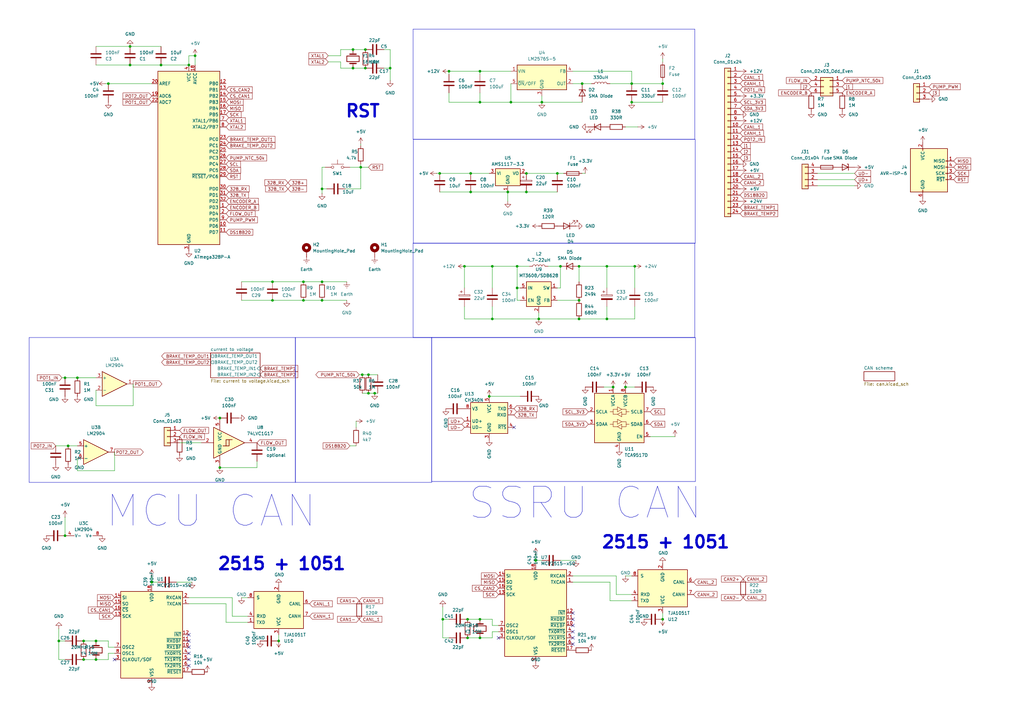
<source format=kicad_sch>
(kicad_sch (version 20250114) (generator "eeschema") (generator_version "9.0")
  (paper "A3")
  (rectangle (start 169.545 57.15) (end 285.115 99.822))
  (rectangle (start 177.038 138.43) (end 285.242 197.485))
  (rectangle (start 169.418 99.695) (end 284.988 138.43))
  (rectangle (start 121.158 138.43) (end 177.038 197.866))
  (rectangle (start 11.938 138.43) (end 121.158 197.866))
  (rectangle (start 169.418 11.938) (end 284.988 57.15))
  (text "MCU CAN\n" (at 86.614 209.804 0) (effects (font (size 12.7 12.7))))
  (text "2515 + 1051" (at 273.05 222.504 0) (effects (font (size 5 5) (thickness 1) (bold yes))))
  (text "2515 + 1051" (at 115.57 231.394 0) (effects (font (size 5 5) (thickness 1) (bold yes))))
  (text "RST" (at 141.351 45.72 0) (effects (font (size 5 5) (thickness 1) (bold yes)) (justify left)))
  (text "SSRU CAN" (at 240.03 206.502 0) (effects (font (size 12.7 12.7))))
  (junction (at 256.54 158.75))
  (junction (at 196.85 29.21))
  (junction (at 124.46 115.57))
  (junction (at 111.76 123.19))
  (junction (at 271.78 34.29))
  (junction (at 260.35 109.22))
  (junction (at 215.9 78.74))
  (junction (at 44.45 34.29))
  (junction (at 151.13 161.29))
  (junction (at 77.47 26.67))
  (junction (at 149.86 20.32))
  (junction (at 153.67 161.29))
  (junction (at 215.9 71.12))
  (junction (at 132.08 123.19))
  (junction (at 132.08 115.57))
  (junction (at 34.29 270.51))
  (junction (at 111.76 115.57))
  (junction (at 124.46 123.19))
  (junction (at 212.09 109.22))
  (junction (at 228.6 71.12))
  (junction (at 53.34 26.67))
  (junction (at 196.85 41.91))
  (junction (at 237.49 130.81))
  (junction (at 53.34 19.05))
  (junction (at 149.86 27.94))
  (junction (at 24.13 262.89))
  (junction (at 238.76 34.29))
  (junction (at 39.37 262.89))
  (junction (at 201.93 130.81))
  (junction (at 180.34 71.12))
  (junction (at 219.71 229.87))
  (junction (at 259.08 41.91))
  (junction (at 193.04 71.12))
  (junction (at 193.04 78.74))
  (junction (at 190.5 109.22))
  (junction (at 237.49 109.22))
  (junction (at 90.17 191.77))
  (junction (at 144.78 27.94))
  (junction (at 39.37 270.51))
  (junction (at 259.08 34.29))
  (junction (at 212.09 118.11))
  (junction (at 66.04 26.67))
  (junction (at 34.29 262.89))
  (junction (at 26.67 219.71))
  (junction (at 248.92 130.81))
  (junction (at 114.3 262.89))
  (junction (at 160.02 27.94))
  (junction (at 200.66 162.56))
  (junction (at 151.13 153.67))
  (junction (at 26.67 154.94))
  (junction (at 222.25 41.91))
  (junction (at 80.01 22.86))
  (junction (at 237.49 123.19))
  (junction (at 90.17 171.45))
  (junction (at 229.87 109.22))
  (junction (at 31.75 154.94))
  (junction (at 196.85 261.62))
  (junction (at 132.08 77.47))
  (junction (at 209.55 41.91))
  (junction (at 251.46 158.75))
  (junction (at 201.93 109.22))
  (junction (at 220.98 130.81))
  (junction (at 181.61 254))
  (junction (at 191.77 254))
  (junction (at 191.77 261.62))
  (junction (at 196.85 254))
  (junction (at 248.92 109.22))
  (junction (at 147.955 68.58))
  (junction (at 184.15 29.21))
  (junction (at 144.78 20.32))
  (junction (at 148.59 153.67))
  (junction (at 27.94 182.88))
  (junction (at 208.28 78.74))
  (junction (at 62.23 238.76))
  (junction (at 271.78 254))
  (no_connect (at 77.47 265.43))
  (no_connect (at 204.47 261.62))
  (no_connect (at 234.95 259.08))
  (no_connect (at 234.95 264.16))
  (no_connect (at 234.95 251.46))
  (no_connect (at 234.95 261.62))
  (no_connect (at 77.47 273.05))
  (no_connect (at 210.82 175.26))
  (no_connect (at 234.95 254))
  (no_connect (at 46.99 270.51))
  (no_connect (at 77.47 260.35))
  (no_connect (at 77.47 267.97))
  (no_connect (at 77.47 270.51))
  (no_connect (at 77.47 262.89))
  (no_connect (at 234.95 256.54))
  (wire (pts (xy 160.02 33.02) (xy 160.02 27.94)))
  (wire (pts (xy 212.09 123.19) (xy 212.09 118.11)))
  (wire (pts (xy 53.34 19.05) (xy 66.04 19.05)))
  (wire (pts (xy 181.61 261.62) (xy 184.15 261.62)))
  (wire (pts (xy 149.86 20.32) (xy 144.78 20.32)))
  (wire (pts (xy 99.06 115.57) (xy 111.76 115.57)))
  (wire (pts (xy 39.37 19.05) (xy 53.34 19.05)))
  (wire (pts (xy 250.19 238.76) (xy 234.95 238.76)))
  (wire (pts (xy 208.28 78.74) (xy 215.9 78.74)))
  (wire (pts (xy 238.76 71.12) (xy 240.03 71.12)))
  (wire (pts (xy 53.34 26.67) (xy 66.04 26.67)))
  (wire (pts (xy 148.59 153.67) (xy 147.32 153.67)))
  (wire (pts (xy 220.98 130.81) (xy 237.49 130.81)))
  (wire (pts (xy 92.71 255.27) (xy 92.71 247.65)))
  (wire (pts (xy 201.93 109.22) (xy 201.93 118.11)))
  (wire (pts (xy 46.99 193.04) (xy 46.99 185.42)))
  (wire (pts (xy 260.35 109.22) (xy 260.35 118.11)))
  (wire (pts (xy 271.78 24.13) (xy 271.78 25.4)))
  (wire (pts (xy 44.45 34.29) (xy 62.23 34.29)))
  (wire (pts (xy 184.15 41.91) (xy 184.15 38.1)))
  (wire (pts (xy 204.47 259.08) (xy 201.93 259.08)))
  (wire (pts (xy 154.94 161.29) (xy 153.67 161.29)))
  (wire (pts (xy 24.13 270.51) (xy 24.13 262.89)))
  (wire (pts (xy 238.76 34.29) (xy 234.95 34.29)))
  (wire (pts (xy 250.19 34.29) (xy 259.08 34.29)))
  (wire (pts (xy 148.59 161.29) (xy 151.13 161.29)))
  (wire (pts (xy 237.49 123.19) (xy 228.6 123.19)))
  (wire (pts (xy 228.6 71.12) (xy 231.14 71.12)))
  (wire (pts (xy 95.25 252.73) (xy 95.25 245.11)))
  (wire (pts (xy 224.79 109.22) (xy 229.87 109.22)))
  (wire (pts (xy 222.25 229.87) (xy 219.71 229.87)))
  (wire (pts (xy 124.46 123.19) (xy 111.76 123.19)))
  (wire (pts (xy 26.67 262.89) (xy 24.13 262.89)))
  (wire (pts (xy 256.54 52.07) (xy 261.62 52.07)))
  (wire (pts (xy 190.5 109.22) (xy 190.5 118.11)))
  (wire (pts (xy 92.71 247.65) (xy 77.47 247.65)))
  (wire (pts (xy 229.87 109.22) (xy 229.87 118.11)))
  (wire (pts (xy 191.77 261.62) (xy 196.85 261.62)))
  (wire (pts (xy 184.15 29.21) (xy 184.15 30.48)))
  (wire (pts (xy 201.93 256.54) (xy 201.93 254)))
  (wire (pts (xy 184.15 254) (xy 181.61 254)))
  (wire (pts (xy 146.05 172.72) (xy 146.05 175.26)))
  (wire (pts (xy 34.29 270.51) (xy 39.37 270.51)))
  (wire (pts (xy 139.7 25.4) (xy 134.62 25.4)))
  (wire (pts (xy 44.45 267.97) (xy 44.45 270.51)))
  (wire (pts (xy 147.955 68.58) (xy 147.955 77.47)))
  (wire (pts (xy 179.07 71.12) (xy 180.34 71.12)))
  (wire (pts (xy 139.7 27.94) (xy 139.7 25.4)))
  (wire (pts (xy 250.19 246.38) (xy 250.19 238.76)))
  (wire (pts (xy 147.955 67.31) (xy 147.955 68.58)))
  (wire (pts (xy 105.41 191.77) (xy 90.17 191.77)))
  (wire (pts (xy 222.25 41.91) (xy 222.25 39.37)))
  (wire (pts (xy 237.49 109.22) (xy 248.92 109.22)))
  (wire (pts (xy 248.92 109.22) (xy 248.92 118.11)))
  (wire (pts (xy 80.01 22.86) (xy 77.47 22.86)))
  (wire (pts (xy 124.46 115.57) (xy 111.76 115.57)))
  (wire (pts (xy 99.06 245.11) (xy 101.6 245.11)))
  (wire (pts (xy 190.5 125.73) (xy 190.5 130.81)))
  (wire (pts (xy 271.78 254) (xy 271.78 251.46)))
  (wire (pts (xy 44.45 262.89) (xy 39.37 262.89)))
  (wire (pts (xy 229.87 118.11) (xy 228.6 118.11)))
  (wire (pts (xy 66.04 26.67) (xy 77.47 26.67)))
  (wire (pts (xy 193.04 71.12) (xy 200.66 71.12)))
  (wire (pts (xy 72.39 238.76) (xy 78.74 238.76)))
  (wire (pts (xy 101.6 255.27) (xy 92.71 255.27)))
  (wire (pts (xy 201.93 130.81) (xy 220.98 130.81)))
  (wire (pts (xy 184.15 29.21) (xy 196.85 29.21)))
  (wire (pts (xy 147.955 59.055) (xy 147.955 59.69)))
  (wire (pts (xy 201.93 259.08) (xy 201.93 261.62)))
  (wire (pts (xy 229.87 229.87) (xy 236.22 229.87)))
  (wire (pts (xy 141.605 77.47) (xy 147.955 77.47)))
  (wire (pts (xy 260.35 158.75) (xy 256.54 158.75)))
  (wire (pts (xy 220.98 130.81) (xy 220.98 128.27)))
  (wire (pts (xy 62.23 238.76) (xy 62.23 240.03)))
  (wire (pts (xy 54.61 166.37) (xy 54.61 157.48)))
  (wire (pts (xy 99.06 123.19) (xy 111.76 123.19)))
  (wire (pts (xy 196.85 29.21) (xy 196.85 30.48)))
  (wire (pts (xy 190.5 130.81) (xy 201.93 130.81)))
  (wire (pts (xy 200.66 162.56) (xy 213.36 162.56)))
  (wire (pts (xy 238.76 34.29) (xy 242.57 34.29)))
  (wire (pts (xy 39.37 154.94) (xy 31.75 154.94)))
  (wire (pts (xy 77.47 22.86) (xy 77.47 26.67)))
  (wire (pts (xy 95.25 245.11) (xy 77.47 245.11)))
  (wire (pts (xy 252.73 236.22) (xy 234.95 236.22)))
  (wire (pts (xy 196.85 38.1) (xy 196.85 41.91)))
  (wire (pts (xy 335.28 71.12) (xy 350.52 71.12)))
  (wire (pts (xy 215.9 78.74) (xy 228.6 78.74)))
  (wire (pts (xy 105.41 191.77) (xy 105.41 189.23)))
  (wire (pts (xy 248.92 109.22) (xy 260.35 109.22)))
  (wire (pts (xy 31.75 187.96) (xy 31.75 193.04)))
  (wire (pts (xy 101.6 252.73) (xy 95.25 252.73)))
  (wire (pts (xy 212.09 123.19) (xy 213.36 123.19)))
  (wire (pts (xy 157.48 27.94) (xy 160.02 27.94)))
  (wire (pts (xy 259.08 246.38) (xy 250.19 246.38)))
  (wire (pts (xy 62.23 236.22) (xy 62.23 238.76)))
  (wire (pts (xy 335.28 73.66) (xy 350.52 73.66)))
  (wire (pts (xy 64.77 238.76) (xy 62.23 238.76)))
  (wire (pts (xy 219.71 229.87) (xy 219.71 231.14)))
  (wire (pts (xy 215.9 71.12) (xy 228.6 71.12)))
  (wire (pts (xy 181.61 261.62) (xy 181.61 254)))
  (wire (pts (xy 260.35 125.73) (xy 260.35 130.81)))
  (wire (pts (xy 132.08 68.58) (xy 132.08 77.47)))
  (wire (pts (xy 256.54 236.22) (xy 259.08 236.22)))
  (wire (pts (xy 26.67 154.94) (xy 31.75 154.94)))
  (wire (pts (xy 222.25 41.91) (xy 238.76 41.91)))
  (wire (pts (xy 31.75 193.04) (xy 46.99 193.04)))
  (wire (pts (xy 132.08 79.375) (xy 132.08 77.47)))
  (wire (pts (xy 44.45 265.43) (xy 44.45 262.89)))
  (wire (pts (xy 181.61 248.92) (xy 181.61 254)))
  (wire (pts (xy 234.95 29.21) (xy 259.08 29.21)))
  (wire (pts (xy 34.29 262.89) (xy 39.37 262.89)))
  (wire (pts (xy 142.24 115.57) (xy 132.08 115.57)))
  (wire (pts (xy 142.24 123.19) (xy 132.08 123.19)))
  (wire (pts (xy 24.13 270.51) (xy 26.67 270.51)))
  (wire (pts (xy 196.85 29.21) (xy 209.55 29.21)))
  (wire (pts (xy 139.7 20.32) (xy 144.78 20.32)))
  (wire (pts (xy 259.08 243.84) (xy 252.73 243.84)))
  (wire (pts (xy 191.77 254) (xy 196.85 254)))
  (wire (pts (xy 209.55 34.29) (xy 209.55 41.91)))
  (wire (pts (xy 259.08 29.21) (xy 259.08 34.29)))
  (wire (pts (xy 25.4 154.94) (xy 26.67 154.94)))
  (wire (pts (xy 143.51 68.58) (xy 147.955 68.58)))
  (wire (pts (xy 252.73 243.84) (xy 252.73 236.22)))
  (wire (pts (xy 184.15 41.91) (xy 196.85 41.91)))
  (wire (pts (xy 132.08 123.19) (xy 124.46 123.19)))
  (wire (pts (xy 201.93 125.73) (xy 201.93 130.81)))
  (wire (pts (xy 39.37 160.02) (xy 39.37 166.37)))
  (wire (pts (xy 139.7 27.94) (xy 144.78 27.94)))
  (wire (pts (xy 190.5 109.22) (xy 201.93 109.22)))
  (wire (pts (xy 212.09 109.22) (xy 212.09 118.11)))
  (wire (pts (xy 208.28 78.74) (xy 208.28 82.55)))
  (wire (pts (xy 44.45 270.51) (xy 39.37 270.51)))
  (wire (pts (xy 204.47 256.54) (xy 201.93 256.54)))
  (wire (pts (xy 39.37 166.37) (xy 54.61 166.37)))
  (wire (pts (xy 143.51 182.88) (xy 146.05 182.88)))
  (wire (pts (xy 237.49 109.22) (xy 237.49 115.57)))
  (wire (pts (xy 154.94 153.67) (xy 151.13 153.67)))
  (wire (pts (xy 201.93 254) (xy 196.85 254)))
  (wire (pts (xy 147.955 68.58) (xy 151.13 68.58)))
  (wire (pts (xy 259.08 41.91) (xy 271.78 41.91)))
  (wire (pts (xy 201.93 261.62) (xy 196.85 261.62)))
  (wire (pts (xy 180.34 78.74) (xy 193.04 78.74)))
  (wire (pts (xy 209.55 41.91) (xy 222.25 41.91)))
  (wire (pts (xy 180.34 71.12) (xy 193.04 71.12)))
  (wire (pts (xy 31.75 182.88) (xy 27.94 182.88)))
  (wire (pts (xy 24.13 257.81) (xy 24.13 262.89)))
  (wire (pts (xy 160.02 20.32) (xy 160.02 27.94)))
  (wire (pts (xy 114.3 262.89) (xy 114.3 260.35)))
  (wire (pts (xy 212.09 118.11) (xy 213.36 118.11)))
  (wire (pts (xy 73.66 181.61) (xy 82.55 181.61)))
  (wire (pts (xy 153.67 161.29) (xy 151.13 161.29)))
  (wire (pts (xy 248.92 125.73) (xy 248.92 130.81)))
  (wire (pts (xy 27.94 182.88) (xy 22.86 182.88)))
  (wire (pts (xy 196.85 41.91) (xy 209.55 41.91)))
  (wire (pts (xy 335.28 76.2) (xy 350.52 76.2)))
  (wire (pts (xy 46.99 265.43) (xy 44.45 265.43)))
  (wire (pts (xy 133.35 68.58) (xy 132.08 68.58)))
  (wire (pts (xy 271.78 33.02) (xy 271.78 34.29)))
  (wire (pts (xy 39.37 26.67) (xy 53.34 26.67)))
  (wire (pts (xy 139.7 20.32) (xy 139.7 22.86)))
  (wire (pts (xy 80.01 22.86) (xy 80.01 26.67)))
  (wire (pts (xy 259.08 34.29) (xy 271.78 34.29)))
  (wire (pts (xy 276.86 179.07) (xy 266.7 179.07)))
  (wire (pts (xy 43.18 34.29) (xy 44.45 34.29)))
  (wire (pts (xy 160.02 20.32) (xy 157.48 20.32)))
  (wire (pts (xy 212.09 109.22) (xy 217.17 109.22)))
  (wire (pts (xy 132.08 77.47) (xy 133.985 77.47)))
  (wire (pts (xy 247.65 158.75) (xy 251.46 158.75)))
  (wire (pts (xy 149.86 27.94) (xy 144.78 27.94)))
  (wire (pts (xy 219.71 227.33) (xy 219.71 229.87)))
  (wire (pts (xy 46.99 267.97) (xy 44.45 267.97)))
  (wire (pts (xy 201.93 109.22) (xy 212.09 109.22)))
  (wire (pts (xy 260.35 130.81) (xy 248.92 130.81)))
  (wire (pts (xy 26.67 212.09) (xy 26.67 219.71)))
  (wire (pts (xy 151.13 153.67) (xy 148.59 153.67)))
  (wire (pts (xy 248.92 130.81) (xy 237.49 130.81)))
  (wire (pts (xy 134.62 22.86) (xy 139.7 22.86)))
  (wire (pts (xy 193.04 78.74) (xy 208.28 78.74)))
  (wire (pts (xy 132.08 115.57) (xy 124.46 115.57)))
  (global_label "CANL_1" (shape input) (at 147.32 254 0) (property "Intersheetrefs" "${INTERSHEET_REFS}" (effects (hide yes))))
  (global_label "ENCODER_A" (shape input) (at 92.71 82.55 0) (property "Intersheetrefs" "${INTERSHEET_REFS}" (effects (hide yes))))
  (global_label "CAN2+" (shape input) (at 304.8 237.49 180) (property "Intersheetrefs" "${INTERSHEET_REFS}" (effects (hide yes))))
  (global_label "328_RX" (shape input) (at 92.71 77.47 0) (property "Intersheetrefs" "${INTERSHEET_REFS}" (effects (hide yes))))
  (global_label "BRAKE_TEMP_OUT1" (shape output) (at 86.36 146.05 180) (property "Intersheetrefs" "${INTERSHEET_REFS}" (effects (hide yes))))
  (global_label "328_TX" (shape input) (at 92.71 80.01 0) (property "Intersheetrefs" "${INTERSHEET_REFS}" (effects (hide yes))))
  (global_label "CANH_2" (shape input) (at 303.53 74.93 0) (property "Intersheetrefs" "${INTERSHEET_REFS}" (effects (hide yes))))
  (global_label "328_RX" (shape input) (at 210.82 167.64 0) (property "Intersheetrefs" "${INTERSHEET_REFS}" (effects (hide yes))))
  (global_label "POT1_IN" (shape input) (at 303.53 36.83 0) (property "Intersheetrefs" "${INTERSHEET_REFS}" (effects (hide yes))))
  (global_label "BRAKE_TEMP_OUT2" (shape output) (at 86.36 148.59 180) (property "Intersheetrefs" "${INTERSHEET_REFS}" (effects (hide yes))))
  (global_label "MISO" (shape input) (at 391.16 66.04 0) (property "Intersheetrefs" "${INTERSHEET_REFS}" (effects (hide yes))))
  (global_label "MISO" (shape input) (at 46.99 247.65 180) (property "Intersheetrefs" "${INTERSHEET_REFS}" (effects (hide yes))))
  (global_label "ENCODER_B" (shape input) (at 92.71 85.09 0) (property "Intersheetrefs" "${INTERSHEET_REFS}" (effects (hide yes))))
  (global_label "XTAL1" (shape input) (at 134.62 22.86 180) (property "Intersheetrefs" "${INTERSHEET_REFS}" (effects (hide yes))))
  (global_label "j3" (shape input) (at 381 38.1 0) (property "Intersheetrefs" "${INTERSHEET_REFS}" (effects (hide yes))))
  (global_label "PUMP_PWM" (shape input) (at 381 35.56 0) (property "Intersheetrefs" "${INTERSHEET_REFS}" (effects (hide yes))))
  (global_label "RST" (shape input) (at 391.16 73.66 0) (property "Intersheetrefs" "${INTERSHEET_REFS}" (effects (hide yes))))
  (global_label "CS_CAN2" (shape input) (at 204.47 241.3 180) (property "Intersheetrefs" "${INTERSHEET_REFS}" (effects (hide yes))))
  (global_label "SCL_3V3" (shape input) (at 241.3 168.91 180) (property "Intersheetrefs" "${INTERSHEET_REFS}" (effects (hide yes))))
  (global_label "CANH_1" (shape input) (at 127 252.73 0) (property "Intersheetrefs" "${INTERSHEET_REFS}" (effects (hide yes))))
  (global_label "PUMP_PWM" (shape input) (at 92.71 90.17 0) (property "Intersheetrefs" "${INTERSHEET_REFS}" (effects (hide yes))))
  (global_label "POT2_OUT" (shape output) (at 46.99 185.42 0) (property "Intersheetrefs" "${INTERSHEET_REFS}" (effects (hide yes))))
  (global_label "UD-" (shape input) (at 190.5 175.26 180) (property "Intersheetrefs" "${INTERSHEET_REFS}" (effects (hide yes))))
  (global_label "CANH_2" (shape input) (at 284.48 243.84 0) (property "Intersheetrefs" "${INTERSHEET_REFS}" (effects (hide yes))))
  (global_label "CANL_1" (shape input) (at 303.53 52.07 0) (property "Intersheetrefs" "${INTERSHEET_REFS}" (effects (hide yes))))
  (global_label "SCK" (shape input) (at 204.47 243.84 180) (property "Intersheetrefs" "${INTERSHEET_REFS}" (effects (hide yes))))
  (global_label "CS_CAN1" (shape input) (at 92.71 39.37 0) (property "Intersheetrefs" "${INTERSHEET_REFS}" (effects (hide yes))))
  (global_label "BRAKE_TEMP_OUT1" (shape input) (at 92.71 57.15 0) (property "Intersheetrefs" "${INTERSHEET_REFS}" (effects (hide yes))))
  (global_label "MISO" (shape input) (at 204.47 238.76 180) (property "Intersheetrefs" "${INTERSHEET_REFS}" (effects (hide yes))))
  (global_label "328+" (shape input) (at 118.11 74.93 0) (property "Intersheetrefs" "${INTERSHEET_REFS}" (effects (hide yes))))
  (global_label "FLOW_OUT" (shape input) (at 92.71 87.63 0) (property "Intersheetrefs" "${INTERSHEET_REFS}" (effects (hide yes))))
  (global_label "CANH_1" (shape input) (at 147.32 246.38 0) (property "Intersheetrefs" "${INTERSHEET_REFS}" (effects (hide yes))))
  (global_label "SDA_3V3" (shape input) (at 241.3 173.99 180) (property "Intersheetrefs" "${INTERSHEET_REFS}" (effects (hide yes))))
  (global_label "DS18B20" (shape input) (at 92.71 95.25 0) (property "Intersheetrefs" "${INTERSHEET_REFS}" (effects (hide yes))))
  (global_label "CAN1+" (shape input) (at 147.32 246.38 180) (property "Intersheetrefs" "${INTERSHEET_REFS}" (effects (hide yes))))
  (global_label "POT2_IN" (shape input) (at 303.53 57.15 0) (property "Intersheetrefs" "${INTERSHEET_REFS}" (effects (hide yes))))
  (global_label "POT1_OUT" (shape output) (at 54.61 157.48 0) (property "Intersheetrefs" "${INTERSHEET_REFS}" (effects (hide yes))))
  (global_label "CANH_2" (shape input) (at 304.8 237.49 0) (property "Intersheetrefs" "${INTERSHEET_REFS}" (effects (hide yes))))
  (global_label "CANL_1" (shape input) (at 127 247.65 0) (property "Intersheetrefs" "${INTERSHEET_REFS}" (effects (hide yes))))
  (global_label "CS_CAN2" (shape input) (at 92.71 36.83 0) (property "Intersheetrefs" "${INTERSHEET_REFS}" (effects (hide yes))))
  (global_label "CANL_1" (shape input) (at 303.53 31.75 0) (property "Intersheetrefs" "${INTERSHEET_REFS}" (effects (hide yes))))
  (global_label "BRAKE_TEMP1" (shape input) (at 303.53 85.09 0) (property "Intersheetrefs" "${INTERSHEET_REFS}" (effects (hide yes))))
  (global_label "BRAKE_TEMP1" (shape input) (at 106.68 151.13 0) (property "Intersheetrefs" "${INTERSHEET_REFS}" (effects (hide yes))))
  (global_label "MOSI" (shape input) (at 92.71 41.91 0) (property "Intersheetrefs" "${INTERSHEET_REFS}" (effects (hide yes))))
  (global_label "SCK" (shape input) (at 391.16 71.12 0) (property "Intersheetrefs" "${INTERSHEET_REFS}" (effects (hide yes))))
  (global_label "MISO" (shape input) (at 92.71 44.45 0) (property "Intersheetrefs" "${INTERSHEET_REFS}" (effects (hide yes))))
  (global_label "POT2_IN" (shape input) (at 22.86 182.88 180) (property "Intersheetrefs" "${INTERSHEET_REFS}" (effects (hide yes))))
  (global_label "MOSI" (shape input) (at 46.99 245.11 180) (property "Intersheetrefs" "${INTERSHEET_REFS}" (effects (hide yes))))
  (global_label "UD+" (shape input) (at 350.52 73.66 0) (property "Intersheetrefs" "${INTERSHEET_REFS}" (effects (hide yes))))
  (global_label "328_RX" (shape input) (at 118.11 74.93 180) (property "Intersheetrefs" "${INTERSHEET_REFS}" (effects (hide yes))))
  (global_label "SCL" (shape input) (at 92.71 67.31 0) (property "Intersheetrefs" "${INTERSHEET_REFS}" (effects (hide yes))))
  (global_label "j2" (shape input) (at 332.74 35.56 180) (property "Intersheetrefs" "${INTERSHEET_REFS}" (effects (hide yes))))
  (global_label "SCK" (shape input) (at 92.71 46.99 0) (property "Intersheetrefs" "${INTERSHEET_REFS}" (effects (hide yes))))
  (global_label "DS18B20" (shape input) (at 143.51 182.88 180) (property "Intersheetrefs" "${INTERSHEET_REFS}" (effects (hide yes))))
  (global_label "FLOW_OUT" (shape input) (at 105.41 181.61 0) (property "Intersheetrefs" "${INTERSHEET_REFS}" (effects (hide yes))))
  (global_label "FLOW_IN" (shape input) (at 73.66 179.07 0) (property "Intersheetrefs" "${INTERSHEET_REFS}" (effects (hide yes))))
  (global_label "328-" (shape input) (at 118.11 77.47 0) (property "Intersheetrefs" "${INTERSHEET_REFS}" (effects (hide yes))))
  (global_label "CS_CAN1" (shape input) (at 46.99 250.19 180) (property "Intersheetrefs" "${INTERSHEET_REFS}" (effects (hide yes))))
  (global_label "POT1_OUT" (shape input) (at 62.23 41.91 180) (property "Intersheetrefs" "${INTERSHEET_REFS}" (effects (hide yes))))
  (global_label "BRAKE_TEMP_OUT2" (shape input) (at 92.71 59.69 0) (property "Intersheetrefs" "${INTERSHEET_REFS}" (effects (hide yes))))
  (global_label "POT2_OUT" (shape input) (at 62.23 39.37 180) (property "Intersheetrefs" "${INTERSHEET_REFS}" (effects (hide yes))))
  (global_label "CAN2-" (shape input) (at 304.8 245.11 180) (property "Intersheetrefs" "${INTERSHEET_REFS}" (effects (hide yes))))
  (global_label "UD-" (shape input) (at 350.52 71.12 0) (property "Intersheetrefs" "${INTERSHEET_REFS}" (effects (hide yes))))
  (global_label "SDA" (shape input) (at 266.7 173.99 0) (property "Intersheetrefs" "${INTERSHEET_REFS}" (effects (hide yes))))
  (global_label "MOSI" (shape input) (at 204.47 236.22 180) (property "Intersheetrefs" "${INTERSHEET_REFS}" (effects (hide yes))))
  (global_label "j3" (shape input) (at 303.53 64.77 0) (property "Intersheetrefs" "${INTERSHEET_REFS}" (effects (hide yes))))
  (global_label "BRAKE_TEMP2" (shape input) (at 303.53 87.63 0) (property "Intersheetrefs" "${INTERSHEET_REFS}" (effects (hide yes))))
  (global_label "POT1_IN" (shape input) (at 25.4 154.94 180) (property "Intersheetrefs" "${INTERSHEET_REFS}" (effects (hide yes))))
  (global_label "CANH_1" (shape input) (at 303.53 54.61 0) (property "Intersheetrefs" "${INTERSHEET_REFS}" (effects (hide yes))))
  (global_label "XTAL1" (shape input) (at 92.71 49.53 0) (property "Intersheetrefs" "${INTERSHEET_REFS}" (effects (hide yes))))
  (global_label "SCL_3V3" (shape input) (at 303.53 41.91 0) (property "Intersheetrefs" "${INTERSHEET_REFS}" (effects (hide yes))))
  (global_label "FLOW_IN" (shape input) (at 332.74 33.02 180) (property "Intersheetrefs" "${INTERSHEET_REFS}" (effects (hide yes))))
  (global_label "DS18B20" (shape input) (at 303.53 80.01 0) (property "Intersheetrefs" "${INTERSHEET_REFS}" (effects (hide yes))))
  (global_label "SCK" (shape input) (at 46.99 252.73 180) (property "Intersheetrefs" "${INTERSHEET_REFS}" (effects (hide yes))))
  (global_label "SDA_3V3" (shape input) (at 303.53 44.45 0) (property "Intersheetrefs" "${INTERSHEET_REFS}" (effects (hide yes))))
  (global_label "ENCODER_B" (shape input) (at 332.74 38.1 180) (property "Intersheetrefs" "${INTERSHEET_REFS}" (effects (hide yes))))
  (global_label "PUMP_NTC_50k" (shape bidirectional) (at 147.32 153.67 180) (property "Intersheetrefs" "${INTERSHEET_REFS}" (effects (hide yes))))
  (global_label "PUMP_NTC_50k" (shape input) (at 92.71 64.77 0) (property "Intersheetrefs" "${INTERSHEET_REFS}" (effects (hide yes))))
  (global_label "328_TX" (shape input) (at 118.11 77.47 180) (property "Intersheetrefs" "${INTERSHEET_REFS}" (effects (hide yes))))
  (global_label "RST" (shape input) (at 92.71 72.39 0) (property "Intersheetrefs" "${INTERSHEET_REFS}" (effects (hide yes))))
  (global_label "ENCODER_A" (shape input) (at 345.44 38.1 0) (property "Intersheetrefs" "${INTERSHEET_REFS}" (effects (hide yes))))
  (global_label "SDA" (shape input) (at 92.71 69.85 0) (property "Intersheetrefs" "${INTERSHEET_REFS}" (effects (hide yes))))
  (global_label "FLOW_OUT" (shape input) (at 73.66 176.53 0) (property "Intersheetrefs" "${INTERSHEET_REFS}" (effects (hide yes))))
  (global_label "UD+" (shape input) (at 190.5 172.72 180) (property "Intersheetrefs" "${INTERSHEET_REFS}" (effects (hide yes))))
  (global_label "CANH_1" (shape input) (at 303.53 34.29 0) (property "Intersheetrefs" "${INTERSHEET_REFS}" (effects (hide yes))))
  (global_label "XTAL2" (shape input) (at 134.62 25.4 180) (property "Intersheetrefs" "${INTERSHEET_REFS}" (effects (hide yes))))
  (global_label "RST" (shape input) (at 151.13 68.58 0) (property "Intersheetrefs" "${INTERSHEET_REFS}" (effects (hide yes))))
  (global_label "MOSI" (shape input) (at 391.16 68.58 0) (property "Intersheetrefs" "${INTERSHEET_REFS}" (effects (hide yes))))
  (global_label "328_TX" (shape input) (at 210.82 170.18 0) (property "Intersheetrefs" "${INTERSHEET_REFS}" (effects (hide yes))))
  (global_label "PUMP_NTC_50k" (shape input) (at 345.44 33.02 0) (property "Intersheetrefs" "${INTERSHEET_REFS}" (effects (hide yes))))
  (global_label "CANL_2" (shape input) (at 304.8 245.11 0) (property "Intersheetrefs" "${INTERSHEET_REFS}" (effects (hide yes))))
  (global_label "j1" (shape input) (at 303.53 59.69 0) (property "Intersheetrefs" "${INTERSHEET_REFS}" (effects (hide yes))))
  (global_label "CAN1-" (shape input) (at 147.32 254 180) (property "Intersheetrefs" "${INTERSHEET_REFS}" (effects (hide yes))))
  (global_label "XTAL2" (shape input) (at 92.71 52.07 0) (property "Intersheetrefs" "${INTERSHEET_REFS}" (effects (hide yes))))
  (global_label "j1" (shape input) (at 345.44 35.56 0) (property "Intersheetrefs" "${INTERSHEET_REFS}" (effects (hide yes))))
  (global_label "CANL_2" (shape input) (at 284.48 238.76 0) (property "Intersheetrefs" "${INTERSHEET_REFS}" (effects (hide yes))))
  (global_label "SCL" (shape input) (at 266.7 168.91 0) (property "Intersheetrefs" "${INTERSHEET_REFS}" (effects (hide yes))))
  (global_label "j2" (shape input) (at 303.53 62.23 0) (property "Intersheetrefs" "${INTERSHEET_REFS}" (effects (hide yes))))
  (global_label "CANL_2" (shape input) (at 303.53 72.39 0) (property "Intersheetrefs" "${INTERSHEET_REFS}" (effects (hide yes))))
  (global_label "BRAKE_TEMP2" (shape input) (at 106.68 153.67 0) (property "Intersheetrefs" "${INTERSHEET_REFS}" (effects (hide yes))))
  (symbol (lib_id "power:GND") (at 254 184.15 0) (mirror y) (unit 1)
    (property "Reference" "#PWR085" (effects (hide yes)))
    (property "Value" "GND" (at 253.9999 187.96 90) (effects (justify right)))
    (property "Description" "Power symbol creates a global label with name \"GND\" , ground" (effects (hide yes)))
  )
  (symbol (lib_id "power:GND") (at 219.71 271.78 0) (unit 1)
    (property "Reference" "#PWR033" (effects (hide yes)))
    (property "Value" "GND" (at 219.71 270.51 0))
  )
  (symbol (lib_id "power:+12V") (at 303.53 29.21 270) (mirror x) (unit 1)
    (property "Reference" "#PWR06" (effects (hide yes)))
    (property "Value" "+12V" (at 307.34 29.2099 90) (effects (justify left)))
    (property "Description" "Power symbol creates a global label with name \"+12V\"" (effects (hide yes)))
  )
  (symbol (lib_id "Device:C") (at 260.35 121.92 180) (unit 1)
    (property "Reference" "C35" (at 264.16 120.6499 0) (effects (justify right)))
    (property "Value" "100nF" (at 264.16 123.1899 0) (effects (justify right)))
    (property "Footprint" "RMC_Capacitor:C_0805_2012Metric_Pad1.18x1.45mm_HandSolder_L" (effects (hide yes)))
    (property "Description" "Unpolarized capacitor" (effects (hide yes)))
  )
  (symbol (lib_id "Device:C") (at 187.96 261.62 90) (mirror x) (unit 1)
    (property "Reference" "C42" (at 184.15 262.89 90))
    (property "Value" "22pF" (at 187.96 265.43 90))
    (property "Footprint" "RMC_Capacitor:C_0805_2012Metric_Pad1.18x1.45mm_HandSolder_L" (effects (hide yes)))
  )
  (symbol (lib_id "power:+5V") (at 350.52 68.58 270) (mirror x) (unit 1)
    (property "Reference" "#PWR042" (effects (hide yes)))
    (property "Value" "+5V" (at 354.33 68.5799 90) (effects (justify left)))
    (property "Description" "Power symbol creates a global label with name \"+5V\"" (effects (hide yes)))
  )
  (symbol (lib_id "power:+5V") (at 276.86 179.07 0) (unit 1)
    (property "Reference" "#PWR039" (effects (hide yes)))
    (property "Value" "+5V" (at 276.86 173.99 0))
    (property "Description" "Power symbol creates a global label with name \"+5V\"" (effects (hide yes)))
  )
  (symbol (lib_id "Device:Crystal") (at 39.37 266.7 270) (unit 1)
    (property "Reference" "Y4" (at 35.56 267.9701 90) (effects (justify right)))
    (property "Value" "20MHz" (at 35.56 265.4301 90) (effects (justify right)))
    (property "Footprint" "RMC_Crystal:Crystal_HC49-U_Vertical_W_SMD" (effects (hide yes)))
    (property "Description" "Two pin crystal" (effects (hide yes)))
  )
  (symbol (lib_id "Device:LED") (at 245.11 52.07 0) (unit 1)
    (property "Reference" "D3" (at 243.5225 45.72 0))
    (property "Value" "LED" (at 243.5225 48.26 0))
    (property "Footprint" "RMC_LED:LED_0805_2012Metric_Pad1.45x1.40mm_HandSolder" (effects (hide yes)))
    (property "Description" "Light emitting diode" (effects (hide yes)))
  )
  (symbol (lib_id "Interface_CAN_LIN:TJA1051T") (at 271.78 241.3 0) (mirror x) (unit 1)
    (property "Reference" "U12" (at 273.9233 254 0) (effects (justify left)))
    (property "Value" "TJA1051T" (at 273.9233 251.46 0) (effects (justify left)))
    (property "Footprint" "RMC_SO:SOIC-8_3.9x4.9mm_P1.27mm_RMC_Handsolder" (effects (hide yes)))
    (property "Datasheet" "http://www.nxp.com/docs/en/data-sheet/TJA1051.pdf" (effects (hide yes)))
    (property "Description" "High-Speed CAN Transceiver, silent mode, SOIC-8" (effects (hide yes)))
  )
  (symbol (lib_id "Device:C") (at 137.795 77.47 90) (unit 1)
    (property "Reference" "C18" (at 142.24 76.2 90))
    (property "Value" "10uF" (at 142.875 78.74 90))
    (property "Footprint" "RMC_Capacitor:C_0805_2012Metric_Pad1.18x1.45mm_HandSolder_L" (effects (hide yes)))
  )
  (symbol (lib_id "power:+5V") (at 43.18 34.29 90) (unit 1)
    (property "Reference" "#PWR077" (effects (hide yes)))
    (property "Value" "+5V" (at 40.64 34.2899 90) (effects (justify left)))
    (property "Description" "Power symbol creates a global label with name \"+5V\"" (effects (hide yes)))
  )
  (symbol (lib_id "Device:C") (at 39.37 22.86 0) (mirror y) (unit 1)
    (property "Reference" "C3" (at 43.18 24.1301 0) (effects (justify right)))
    (property "Value" "100nF" (at 43.18 21.5901 0) (effects (justify right)))
    (property "Footprint" "RMC_Capacitor:C_0805_2012Metric_Pad1.18x1.45mm_HandSolder_L" (effects (hide yes)))
    (property "Description" "Unpolarized capacitor" (effects (hide yes)))
  )
  (symbol (lib_id "Device:C") (at 30.48 262.89 90) (unit 1)
    (property "Reference" "C26" (at 26.67 261.62 90))
    (property "Value" "22pF" (at 30.48 259.08 90))
    (property "Footprint" "RMC_Capacitor:C_0805_2012Metric_Pad1.18x1.45mm_HandSolder_L" (effects (hide yes)))
  )
  (symbol (lib_id "Device:R") (at 73.66 182.88 180) (unit 1)
    (property "Reference" "R3" (at 76.2 181.6099 0) (effects (justify right)))
    (property "Value" "1M" (at 76.2 184.1499 0) (effects (justify right)))
    (property "Footprint" "RMC_Resistor:R_0805_2012Metric_Pad1.20x1.40mm_HandSolder_L" (effects (hide yes)))
    (property "Description" "Resistor" (effects (hide yes)))
  )
  (symbol (lib_id "Device:R") (at 332.74 41.91 180) (unit 1)
    (property "Reference" "R7" (at 335.28 40.6399 0) (effects (justify right)))
    (property "Value" "1M" (at 335.28 43.1799 0) (effects (justify right)))
    (property "Footprint" "RMC_Resistor:R_0805_2012Metric_Pad1.20x1.40mm_HandSolder_L" (effects (hide yes)))
    (property "Description" "Resistor" (effects (hide yes)))
  )
  (symbol (lib_id "Device:C") (at 217.17 162.56 270) (unit 1)
    (property "Reference" "C15" (at 217.17 154.94 90))
    (property "Value" "100nF" (at 217.17 157.48 90))
    (property "Footprint" "RMC_Capacitor:C_0805_2012Metric_Pad1.18x1.45mm_HandSolder_L" (effects (hide yes)))
    (property "Description" "Unpolarized capacitor" (effects (hide yes)))
  )
  (symbol (lib_id "Device:D_Zener") (at 233.68 109.22 0) (unit 1)
    (property "Reference" "D5" (at 233.68 103.3714 0))
    (property "Value" "SMA Diode" (at 233.68 105.9114 0))
    (property "Footprint" "Diode_SMD:D_SMA_Handsoldering" (effects (hide yes)))
    (property "Description" "Zener diode" (effects (hide yes)))
  )
  (symbol (lib_id "power:GND") (at 78.74 238.76 0) (unit 1)
    (property "Reference" "#PWR015" (effects (hide yes)))
    (property "Value" "GND" (at 78.74 237.49 0))
  )
  (symbol (lib_id "Amplifier_Operational:LM2904") (at 46.99 157.48 0) (unit 1)
    (property "Reference" "U3" (at 46.99 147.32 0))
    (property "Value" "LM2904" (at 46.99 149.86 0))
    (property "Footprint" "RMC_SO:SOIC-8_3.9x4.9mm_P1.27mm_RMC_Handsolder" (effects (hide yes)))
    (property "Datasheet" "http://www.ti.com/lit/ds/symlink/lm358.pdf" (effects (hide yes)))
    (property "Description" "Dual Operational Amplifiers, DIP-8/SOIC-8/TSSOP-8/VSSOP-8" (effects (hide yes)))
  )
  (symbol (lib_id "Device:R") (at 237.49 127 0) (unit 1)
    (property "Reference" "R44" (at 239.6997 125.7299 0) (effects (justify left)))
    (property "Value" "680R" (at 239.6997 128.2699 0) (effects (justify left)))
    (property "Footprint" "RMC_Resistor:R_0805_2012Metric_Pad1.20x1.40mm_HandSolder_L" (effects (hide yes)))
    (property "Description" "Resistor" (effects (hide yes)))
  )
  (symbol (lib_id "power:+5V") (at 261.62 52.07 270) (unit 1)
    (property "Reference" "#PWR040" (effects (hide yes)))
    (property "Value" "+5V" (at 265.43 52.0699 90) (effects (justify left)))
    (property "Description" "Power symbol creates a global label with name \"+5V\"" (effects (hide yes)))
  )
  (symbol (lib_id "power:+5V") (at 114.3 262.89 180) (unit 1)
    (property "Reference" "#PWR026" (effects (hide yes)))
    (property "Value" "+5V" (at 114.3 267.97 0))
  )
  (symbol (lib_id "Interface_CAN_LIN:MCP2515-xSO") (at 219.71 251.46 0) (unit 1)
    (property "Reference" "U7" (at 221.8533 228.6 0) (effects (justify left)))
    (property "Value" "MCP2515-xSO" (at 221.8533 231.14 0) (effects (justify left)))
    (property "Footprint" "RMC_SO:TSSOP-20_4.4x6.5mm_P0.65mm" (effects (hide yes)))
    (property "Datasheet" "http://ww1.microchip.com/downloads/en/DeviceDoc/21801e.pdf" (effects (hide yes)))
    (property "Description" "Stand-Alone CAN Controller with SPI Interface, SOIC-18" (effects (hide yes)))
  )
  (symbol (lib_id "Device:Fuse") (at 234.95 71.12 270) (unit 1)
    (property "Reference" "F1" (at 234.95 64.77 90))
    (property "Value" "Fuse" (at 234.95 67.31 90))
    (property "Footprint" "to be sorted:Fuse_1210_3225Metric_Pad1.42x2.65mm_HandSolder" (effects (hide yes)))
    (property "Description" "Fuse" (effects (hide yes)))
  )
  (symbol (lib_id "power:GND") (at 220.98 130.81 0) (unit 1)
    (property "Reference" "#PWR04" (effects (hide yes)))
    (property "Value" "GND" (at 220.98 135.89 0))
    (property "Description" "Power symbol creates a global label with name \"GND\" , ground" (effects (hide yes)))
  )
  (symbol (lib_id "Device:C") (at 243.84 158.75 270) (unit 1)
    (property "Reference" "C14" (at 243.84 151.13 90))
    (property "Value" "100nF" (at 243.84 153.67 90))
    (property "Footprint" "RMC_Capacitor:C_0805_2012Metric_Pad1.18x1.45mm_HandSolder_L" (effects (hide yes)))
    (property "Description" "Unpolarized capacitor" (effects (hide yes)))
  )
  (symbol (lib_id "Connector_Generic:Conn_01x24") (at 298.45 57.15 0) (mirror y) (unit 1)
    (property "Reference" "J2" (at 298.45 22.86 0))
    (property "Value" "Conn_01x24" (at 298.45 25.4 0))
    (property "Footprint" "RMC_Connnector:HD241_24pin" (effects (hide yes)))
    (property "Description" "Generic connector, single row, 01x24, script generated (kicad-library-utils/schlib/autogen/connector/)" (effects (hide yes)))
  )
  (symbol (lib_id "Device:Crystal") (at 144.78 24.13 90) (unit 1)
    (property "Reference" "Y1" (at 148.59 22.8599 90) (effects (justify right)))
    (property "Value" "16MHz" (at 148.59 25.3999 90) (effects (justify right)))
    (property "Footprint" "RMC_Crystal:Crystal_HC49-U_Vertical_W_SMD" (effects (hide yes)))
    (property "Description" "Two pin crystal" (effects (hide yes)))
  )
  (symbol (lib_id "power:GND") (at 264.16 254 0) (unit 1)
    (property "Reference" "#PWR078" (effects (hide yes)))
    (property "Value" "GND" (at 264.16 252.73 0))
  )
  (symbol (lib_id "power:GND") (at 41.91 219.71 0) (unit 1)
    (property "Reference" "#PWR044" (effects (hide yes)))
    (property "Value" "GND" (at 41.91 224.79 0))
    (property "Description" "Power symbol creates a global label with name \"GND\" , ground" (effects (hide yes)))
  )
  (symbol (lib_id "Device:C") (at 68.58 238.76 270) (unit 1)
    (property "Reference" "C39" (at 59.69 240.538 0) (effects (justify right)))
    (property "Value" "100nF" (at 62.23 240.538 0) (effects (justify right)))
    (property "Footprint" "RMC_Capacitor:C_0805_2012Metric_Pad1.18x1.45mm_HandSolder_L" (effects (hide yes)))
    (property "Description" "Unpolarized capacitor" (effects (hide yes)))
  )
  (symbol (lib_id "Device:C") (at 267.97 254 270) (unit 1)
    (property "Reference" "C44" (at 259.08 255.778 0) (effects (justify right)))
    (property "Value" "100nF" (at 261.62 255.778 0) (effects (justify right)))
    (property "Footprint" "RMC_Capacitor:C_0805_2012Metric_Pad1.18x1.45mm_HandSolder_L" (effects (hide yes)))
    (property "Description" "Unpolarized capacitor" (effects (hide yes)))
  )
  (symbol (lib_id "Regulator_Switching:MT3608") (at 220.98 120.65 0) (unit 1)
    (property "Reference" "U9" (at 220.98 110.49 0))
    (property "Value" "MT3608/SDB628" (at 220.98 113.03 0))
    (property "Footprint" "RMC_SOT:SOT-23-6_Handsoldering_Extended_RMC" (effects (hide yes)))
    (property "Datasheet" "https://www.olimex.com/Products/Breadboarding/BB-PWR-3608/resources/MT3608.pdf" (effects (hide yes)))
    (property "Description" "High Efficiency 1.2MHz 2A Step Up Converter, 2-24V Vin, 28V Vout, 4A current limit, 1.2MHz, SOT23-6" (effects (hide yes)))
  )
  (symbol (lib_id "Connector_Generic:Conn_01x03") (at 68.58 179.07 0) (mirror y) (unit 1)
    (property "Reference" "J5" (at 68.58 170.18 0))
    (property "Value" "Conn_01x03" (at 68.58 172.72 0))
    (property "Footprint" "Jumper:SolderJumper-3_P1.3mm_Open_Pad1.0x1.5mm" (effects (hide yes)))
    (property "Description" "Generic connector, single row, 01x03, script generated (kicad-library-utils/schlib/autogen/connector/)" (effects (hide yes)))
  )
  (symbol (lib_id "power:GND") (at 241.3 52.07 270) (unit 1)
    (property "Reference" "#PWR083" (effects (hide yes)))
    (property "Value" "GND" (at 237.49 52.0699 90) (effects (justify right)))
    (property "Description" "Power symbol creates a global label with name \"GND\" , ground" (effects (hide yes)))
  )
  (symbol (lib_id "Device:R") (at 132.08 119.38 0) (mirror x) (unit 1)
    (property "Reference" "R10" (at 135.636 118.11 0))
    (property "Value" "1M" (at 136.906 120.65 0))
    (property "Footprint" "RMC_Resistor:R_0805_2012Metric_Pad1.20x1.40mm_HandSolder_L" (effects (hide yes)))
  )
  (symbol (lib_id "Device:C") (at 153.67 27.94 270) (unit 1)
    (property "Reference" "C17" (at 157.48 29.21 90))
    (property "Value" "22pF" (at 153.67 31.75 90))
    (property "Footprint" "RMC_Capacitor:C_0805_2012Metric_Pad1.18x1.45mm_HandSolder_L" (effects (hide yes)))
  )
  (symbol (lib_id "Device:C_Polarized") (at 248.92 121.92 0) (unit 1)
    (property "Reference" "C33" (at 252.73 119.7609 0) (effects (justify left)))
    (property "Value" "22uF" (at 252.73 122.3009 0) (effects (justify left)))
    (property "Footprint" "RMC_Capacitor:C_0805_2012Metric_Pad1.18x1.45mm_HandSolder_L" (effects (hide yes)))
    (property "Description" "Polarized capacitor" (effects (hide yes)))
  )
  (symbol (lib_id "power:Earth") (at 125.73 105.41 0) (unit 1)
    (property "Reference" "#PWR047" (effects (hide yes)))
    (property "Value" "Earth" (at 125.73 110.49 0))
    (property "Description" "Power symbol creates a global label with name \"Earth\"" (effects (hide yes)))
  )
  (symbol (lib_id "power:+5V") (at 271.78 254 180) (unit 1)
    (property "Reference" "#PWR053" (effects (hide yes)))
    (property "Value" "+5V" (at 271.78 259.08 0))
  )
  (symbol (lib_id "Device:C") (at 105.41 185.42 180) (unit 1)
    (property "Reference" "C19" (at 109.22 184.1499 0) (effects (justify right)))
    (property "Value" "optional" (at 109.22 186.6899 0) (effects (justify right)))
    (property "Footprint" "RMC_Capacitor:C_0805_2012Metric_Pad1.18x1.45mm_HandSolder_L" (effects (hide yes)))
    (property "Description" "Unpolarized capacitor" (effects (hide yes)))
  )
  (symbol (lib_id "power:GND") (at 90.17 191.77 0) (unit 1)
    (property "Reference" "#PWR0107" (effects (hide yes)))
    (property "Value" "GND" (at 90.17 196.85 0))
    (property "Description" "Power symbol creates a global label with name \"GND\" , ground" (effects (hide yes)))
  )
  (symbol (lib_id "power:GND") (at 256.54 236.22 0) (unit 1)
    (property "Reference" "#PWR051" (effects (hide yes)))
    (property "Value" "GND" (at 256.54 234.95 0))
  )
  (symbol (lib_id "Device:R") (at 124.46 119.38 0) (mirror x) (unit 1)
    (property "Reference" "R9" (at 127 118.11 0))
    (property "Value" "1M" (at 128.27 120.65 0))
    (property "Footprint" "RMC_Resistor:R_0805_2012Metric_Pad1.20x1.40mm_HandSolder_L" (effects (hide yes)))
  )
  (symbol (lib_id "power:GND") (at 182.88 167.64 0) (mirror y) (unit 1)
    (property "Reference" "#PWR0111" (effects (hide yes)))
    (property "Value" "GND" (at 182.8799 171.45 90) (effects (justify right)))
    (property "Description" "Power symbol creates a global label with name \"GND\" , ground" (effects (hide yes)))
  )
  (symbol (lib_id "power:Earth") (at 142.24 115.57 0) (unit 1)
    (property "Reference" "#PWR054" (effects (hide yes)))
    (property "Value" "Earth" (at 142.24 120.65 0))
    (property "Description" "Power symbol creates a global label with name \"Earth\"" (effects (hide yes)))
  )
  (symbol (lib_id "power:+5V") (at 80.01 22.86 0) (unit 1)
    (property "Reference" "#PWR076" (effects (hide yes)))
    (property "Value" "+5V" (at 80.01 17.78 0))
    (property "Description" "Power symbol creates a global label with name \"+5V\"" (effects (hide yes)))
  )
  (symbol (lib_id "Device:R") (at 147.955 63.5 180) (unit 1)
    (property "Reference" "R5" (at 145.415 62.23 0))
    (property "Value" "4.7k" (at 144.145 64.77 0))
    (property "Footprint" "RMC_Resistor:R_0805_2012Metric_Pad1.20x1.40mm_HandSolder_L" (effects (hide yes)))
  )
  (symbol (lib_id "Device:C_Polarized") (at 190.5 121.92 0) (unit 1)
    (property "Reference" "C32" (at 194.31 119.7609 0) (effects (justify left)))
    (property "Value" "22uF" (at 194.31 122.3009 0) (effects (justify left)))
    (property "Footprint" "RMC_Capacitor:C_0805_2012Metric_Pad1.18x1.45mm_HandSolder_L" (effects (hide yes)))
    (property "Description" "Polarized capacitor" (effects (hide yes)))
  )
  (symbol (lib_id "Device:C") (at 184.15 34.29 180) (unit 1)
    (property "Reference" "C6" (at 187.96 33.0199 0) (effects (justify right)))
    (property "Value" "100nF" (at 187.96 35.5599 0) (effects (justify right)))
    (property "Footprint" "RMC_Capacitor:C_0805_2012Metric_Pad1.18x1.45mm_HandSolder_L" (effects (hide yes)))
    (property "Description" "Unpolarized capacitor" (effects (hide yes)))
  )
  (symbol (lib_id "Device:R") (at 224.79 92.71 90) (unit 1)
    (property "Reference" "R39" (at 224.79 86.36 90))
    (property "Value" "120R" (at 224.79 88.9 90))
    (property "Footprint" "RMC_Resistor:R_0805_2012Metric_Pad1.20x1.40mm_HandSolder_L" (effects (hide yes)))
    (property "Description" "Resistor" (effects (hide yes)))
  )
  (symbol (lib_id "power:Earth") (at 153.67 105.41 0) (unit 1)
    (property "Reference" "#PWR046" (effects (hide yes)))
    (property "Value" "Earth" (at 153.67 110.49 0))
    (property "Description" "Power symbol creates a global label with name \"Earth\"" (effects (hide yes)))
  )
  (symbol (lib_id "power:GND") (at 31.75 162.56 0) (mirror y) (unit 1)
    (property "Reference" "#PWR017" (effects (hide yes)))
    (property "Value" "GND" (at 34.29 163.8301 0) (effects (justify right)))
    (property "Description" "Power symbol creates a global label with name \"GND\" , ground" (effects (hide yes)))
  )
  (symbol (lib_id "power:GND") (at 240.03 158.75 0) (mirror y) (unit 1)
    (property "Reference" "#PWR087" (effects (hide yes)))
    (property "Value" "GND" (at 240.0299 162.56 90) (effects (justify right)))
    (property "Description" "Power symbol creates a global label with name \"GND\" , ground" (effects (hide yes)))
  )
  (symbol (lib_id "Device:C") (at 44.45 38.1 0) (mirror x) (unit 1)
    (property "Reference" "C4" (at 40.64 36.8299 0) (effects (justify right)))
    (property "Value" "100nF" (at 40.64 39.3699 0) (effects (justify right)))
    (property "Footprint" "RMC_Capacitor:C_0805_2012Metric_Pad1.18x1.45mm_HandSolder_L" (effects (hide yes)))
    (property "Description" "Unpolarized capacitor" (effects (hide yes)))
  )
  (symbol (lib_id "power:+5V") (at 26.67 212.09 0) (unit 1)
    (property "Reference" "#PWR043" (effects (hide yes)))
    (property "Value" "+5V" (at 26.67 207.01 0))
    (property "Description" "Power symbol creates a global label with name \"+5V\"" (effects (hide yes)))
  )
  (symbol (lib_id "Device:R") (at 237.49 119.38 0) (unit 1)
    (property "Reference" "R23" (at 239.6997 118.1099 0) (effects (justify left)))
    (property "Value" "249k" (at 239.6997 120.6499 0) (effects (justify left)))
    (property "Footprint" "RMC_Resistor:R_0805_2012Metric_Pad1.20x1.40mm_HandSolder_L" (effects (hide yes)))
    (property "Description" "Resistor" (effects (hide yes)))
  )
  (symbol (lib_id "power:GND") (at 97.79 171.45 90) (unit 1)
    (property "Reference" "#PWR0108" (effects (hide yes)))
    (property "Value" "GND" (at 101.6 171.4499 90) (effects (justify right)))
    (property "Description" "Power symbol creates a global label with name \"GND\" , ground" (effects (hide yes)))
  )
  (symbol (lib_id "Device:C") (at 187.96 254 90) (unit 1)
    (property "Reference" "C41" (at 184.15 252.73 90))
    (property "Value" "22pF" (at 187.96 250.19 90))
    (property "Footprint" "RMC_Capacitor:C_0805_2012Metric_Pad1.18x1.45mm_HandSolder_L" (effects (hide yes)))
  )
  (symbol (lib_id "power:+3.3V") (at 251.46 158.75 0) (unit 1)
    (property "Reference" "#PWR099" (effects (hide yes)))
    (property "Value" "+3.3V" (at 251.46 153.67 0))
    (property "Description" "Power symbol creates a global label with name \"+3.3V\"" (effects (hide yes)))
  )
  (symbol (lib_id "power:GND") (at 236.22 92.71 90) (unit 1)
    (property "Reference" "#PWR084" (effects (hide yes)))
    (property "Value" "GND" (at 240.03 92.7101 90) (effects (justify right)))
    (property "Description" "Power symbol creates a global label with name \"GND\" , ground" (effects (hide yes)))
  )
  (symbol (lib_id "Device:R") (at 191.77 257.81 0) (mirror x) (unit 1)
    (property "Reference" "R18" (at 194.31 256.54 0))
    (property "Value" "10M" (at 195.58 259.08 0))
    (property "Footprint" "RMC_Resistor:R_0805_2012Metric_Pad1.20x1.40mm_HandSolder_L" (effects (hide yes)))
  )
  (symbol (lib_id "Device:C") (at 201.93 121.92 180) (unit 1)
    (property "Reference" "C34" (at 205.74 120.6499 0) (effects (justify right)))
    (property "Value" "100nF" (at 205.74 123.1899 0) (effects (justify right)))
    (property "Footprint" "RMC_Capacitor:C_0805_2012Metric_Pad1.18x1.45mm_HandSolder_L" (effects (hide yes)))
    (property "Description" "Unpolarized capacitor" (effects (hide yes)))
  )
  (symbol (lib_id "power:GND") (at 332.74 45.72 0) (mirror y) (unit 1)
    (property "Reference" "#PWR024" (effects (hide yes)))
    (property "Value" "GND" (at 335.28 46.9901 0) (effects (justify right)))
    (property "Description" "Power symbol creates a global label with name \"GND\" , ground" (effects (hide yes)))
  )
  (symbol (lib_id "power:+5V") (at 303.53 69.85 270) (mirror x) (unit 1)
    (property "Reference" "#PWR0100" (effects (hide yes)))
    (property "Value" "+5V" (at 307.34 69.8499 90) (effects (justify left)))
    (property "Description" "Power symbol creates a global label with name \"+5V\"" (effects (hide yes)))
  )
  (symbol (lib_id "Connector_Generic:Conn_01x04") (at 330.2 73.66 180) (unit 1)
    (property "Reference" "J31" (at 330.2 62.23 0))
    (property "Value" "Conn_01x04" (at 330.2 64.77 0))
    (property "Footprint" "Connector_JST:JST_XH_B4B-XH-A_1x04_P2.50mm_Vertical" (effects (hide yes)))
    (property "Description" "Generic connector, single row, 01x04, script generated (kicad-library-utils/schlib/autogen/connector/)" (effects (hide yes)))
  )
  (symbol (lib_id "power:GND") (at 381 40.64 90) (unit 1)
    (property "Reference" "#PWR0113" (effects (hide yes)))
    (property "Value" "GND" (at 384.81 40.6399 90) (effects (justify right)))
    (property "Description" "Power symbol creates a global label with name \"GND\" , ground" (effects (hide yes)))
  )
  (symbol (lib_id "Device:Fuse") (at 339.09 68.58 90) (mirror x) (unit 1)
    (property "Reference" "F3" (at 339.09 62.23 90))
    (property "Value" "Fuse" (at 339.09 64.77 90))
    (property "Footprint" "to be sorted:Fuse_1210_3225Metric_Pad1.42x2.65mm_HandSolder" (effects (hide yes)))
    (property "Description" "Fuse" (effects (hide yes)))
  )
  (symbol (lib_id "Device:C") (at 271.78 38.1 180) (unit 1)
    (property "Reference" "C12" (at 275.59 36.8299 0) (effects (justify right)))
    (property "Value" "100nF" (at 275.59 39.3699 0) (effects (justify right)))
    (property "Footprint" "RMC_Capacitor:C_0805_2012Metric_Pad1.18x1.45mm_HandSolder_L" (effects (hide yes)))
    (property "Description" "Unpolarized capacitor" (effects (hide yes)))
  )
  (symbol (lib_id "Device:R") (at 147.32 250.19 180) (unit 1)
    (property "Reference" "R17" (at 149.86 248.9199 0) (effects (justify right)))
    (property "Value" "120R" (at 149.86 251.4599 0) (effects (justify right)))
    (property "Footprint" "RMC_Resistor:R_0805_2012Metric_Pad1.20x1.40mm_HandSolder_L" (effects (hide yes)))
    (property "Description" "Resistor" (effects (hide yes)))
  )
  (symbol (lib_id "Device:R") (at 27.94 186.69 180) (unit 1)
    (property "Reference" "R2" (at 30.48 185.4199 0) (effects (justify right)))
    (property "Value" "1M" (at 30.48 187.9599 0) (effects (justify right)))
    (property "Footprint" "RMC_Resistor:R_0805_2012Metric_Pad1.20x1.40mm_HandSolder_L" (effects (hide yes)))
    (property "Description" "Resistor" (effects (hide yes)))
  )
  (symbol (lib_id "Device:C") (at 26.67 158.75 0) (mirror x) (unit 1)
    (property "Reference" "C31" (at 20.32 160.02 0))
    (property "Value" "100nF" (at 20.32 157.48 0))
    (property "Footprint" "RMC_Capacitor:C_0805_2012Metric_Pad1.18x1.45mm_HandSolder_L" (effects (hide yes)))
    (property "Description" "Unpolarized capacitor" (effects (hide yes)))
  )
  (symbol (lib_id "Connector_Generic:Conn_02x03_Odd_Even") (at 340.36 35.56 0) (mirror y) (unit 1)
    (property "Reference" "J3" (at 339.09 26.67 0))
    (property "Value" "Conn_02x03_Odd_Even" (at 339.09 29.21 0))
    (property "Footprint" "Connector_PinHeader_2.54mm:PinHeader_2x03_P2.54mm_Vertical" (effects (hide yes)))
    (property "Description" "Generic connector, double row, 02x03, odd/even pin numbering scheme (row 1 odd numbers, row 2 even numbers), script generated (kicad-library-utils/schlib/autogen/connector/)" (effects (hide yes)))
  )
  (symbol (lib_id "power:GND") (at 181.61 248.92 180) (unit 1)
    (property "Reference" "#PWR028" (effects (hide yes)))
    (property "Value" "GND" (at 181.61 243.84 0))
    (property "Description" "Power symbol creates a global label with name \"GND\" , ground" (effects (hide yes)))
  )
  (symbol (lib_id "power:+5V") (at 179.07 71.12 90) (unit 1)
    (property "Reference" "#PWR036" (effects (hide yes)))
    (property "Value" "+5V" (at 175.7164 71.1199 90) (effects (justify left)))
    (property "Description" "Power symbol creates a global label with name \"+5V\"" (effects (hide yes)))
  )
  (symbol (lib_id "Device:R") (at 146.05 179.07 0) (unit 1)
    (property "Reference" "R40" (at 148.59 177.7999 0) (effects (justify left)))
    (property "Value" "4k7" (at 148.59 180.3399 0) (effects (justify left)))
    (property "Footprint" "RMC_Resistor:R_0805_2012Metric_Pad1.20x1.40mm_HandSolder_L" (effects (hide yes)))
    (property "Description" "Resistor" (effects (hide yes)))
  )
  (symbol (lib_id "Regulator_Switching:LM2576S-5") (at 222.25 31.75 0) (unit 1)
    (property "Reference" "U4" (at 222.25 21.59 0))
    (property "Value" "LM2576S-5" (at 222.25 24.13 0))
    (property "Footprint" "RMC_TO:TO-263-5_TabPin3_Handsolder" (effects (hide yes)))
    (property "Datasheet" "http://www.ti.com/lit/ds/symlink/lm2576.pdf" (effects (hide yes)))
    (property "Description" "5V, 3A SIMPLE SWITCHER® Step-Down Voltage Regulator, TO-263" (effects (hide yes)))
  )
  (symbol (lib_id "power:GND") (at 19.05 219.71 0) (unit 1)
    (property "Reference" "#PWR045" (effects (hide yes)))
    (property "Value" "GND" (at 19.05 224.79 0))
    (property "Description" "Power symbol creates a global label with name \"GND\" , ground" (effects (hide yes)))
  )
  (symbol (lib_id "power:GND") (at 200.66 180.34 0) (mirror y) (unit 1)
    (property "Reference" "#PWR0110" (effects (hide yes)))
    (property "Value" "GND" (at 200.6599 184.15 90) (effects (justify right)))
    (property "Description" "Power symbol creates a global label with name \"GND\" , ground" (effects (hide yes)))
  )
  (symbol (lib_id "Device:C") (at 93.98 171.45 270) (unit 1)
    (property "Reference" "C30" (at 93.98 163.83 90))
    (property "Value" "100nF" (at 93.98 166.37 90))
    (property "Footprint" "RMC_Capacitor:C_0805_2012Metric_Pad1.18x1.45mm_HandSolder_L" (effects (hide yes)))
    (property "Description" "Unpolarized capacitor" (effects (hide yes)))
  )
  (symbol (lib_id "Device:R") (at 252.73 52.07 270) (unit 1)
    (property "Reference" "R38" (at 252.73 45.72 90))
    (property "Value" "330R" (at 252.73 48.26 90))
    (property "Footprint" "RMC_Resistor:R_0805_2012Metric_Pad1.20x1.40mm_HandSolder_L" (effects (hide yes)))
    (property "Description" "Resistor" (effects (hide yes)))
  )
  (symbol (lib_id "MCU_Microchip_ATmega:ATmega328P-A") (at 77.47 64.77 0) (unit 1)
    (property "Reference" "U2" (at 79.6133 102.87 0) (effects (justify left)))
    (property "Value" "ATmega328P-A" (at 79.6133 105.41 0) (effects (justify left)))
    (property "Footprint" "RMC_QFP:TQFP-32_7x7mm_P0.8mm_L" (effects (hide yes)))
    (property "Datasheet" "http://ww1.microchip.com/downloads/en/DeviceDoc/ATmega328_P%20AVR%20MCU%20with%20picoPower%20Technology%20Data%20Sheet%2040001984A.pdf" (effects (hide yes)))
    (property "Description" "20MHz, 32kB Flash, 2kB SRAM, 1kB EEPROM, TQFP-32" (effects (hide yes)))
  )
  (symbol (lib_id "Device:R") (at 34.29 266.7 0) (mirror x) (unit 1)
    (property "Reference" "R15" (at 36.83 265.43 0))
    (property "Value" "10M" (at 38.1 267.97 0))
    (property "Footprint" "RMC_Resistor:R_0805_2012Metric_Pad1.20x1.40mm_HandSolder_L" (effects (hide yes)))
  )
  (symbol (lib_id "power:GND") (at 73.66 186.69 0) (mirror y) (unit 1)
    (property "Reference" "#PWR023" (effects (hide yes)))
    (property "Value" "GND" (at 76.2 187.9601 0) (effects (justify right)))
    (property "Description" "Power symbol creates a global label with name \"GND\" , ground" (effects (hide yes)))
  )
  (symbol (lib_id "power:GND") (at 44.45 41.91 0) (unit 1)
    (property "Reference" "#PWR011" (effects (hide yes)))
    (property "Value" "GND" (at 44.45 46.99 0))
    (property "Description" "Power symbol creates a global label with name \"GND\" , ground" (effects (hide yes)))
  )
  (symbol (lib_id "Device:C") (at 259.08 38.1 0) (unit 1)
    (property "Reference" "C11" (at 262.89 36.8299 0) (effects (justify left)))
    (property "Value" "330uF" (at 262.89 39.3699 0) (effects (justify left)))
    (property "Footprint" "RMC_Capacitor:CP_Radial_D6.3mm_P2.50mm_handsolder" (effects (hide yes)))
    (property "Description" "Unpolarized capacitor" (effects (hide yes)))
  )
  (symbol (lib_id "power:+5V") (at 147.955 59.055 0) (unit 1)
    (property "Reference" "#PWR02" (effects (hide yes)))
    (property "Value" "+5V" (at 147.955 53.975 0))
  )
  (symbol (lib_id "power:+3.3V") (at 240.03 71.12 0) (unit 1)
    (property "Reference" "#PWR075" (effects (hide yes)))
    (property "Value" "+3.3V" (at 240.03 66.04 0))
    (property "Description" "Power symbol creates a global label with name \"+3.3V\"" (effects (hide yes)))
  )
  (symbol (lib_id "Device:C") (at 99.06 119.38 0) (mirror x) (unit 1)
    (property "Reference" "C29" (at 105.029 121.158 0))
    (property "Value" "100nF" (at 105.664 118.618 0))
    (property "Footprint" "RMC_Capacitor:C_0805_2012Metric_Pad1.18x1.45mm_HandSolder_L" (effects (hide yes)))
  )
  (symbol (lib_id "Device:D_Zener") (at 238.76 38.1 270) (unit 1)
    (property "Reference" "D2" (at 241.3 36.8299 90) (effects (justify left)))
    (property "Value" "SMA Diode" (at 241.3 39.3699 90) (effects (justify left)))
    (property "Footprint" "Diode_SMD:D_SMA_Handsoldering" (effects (hide yes)))
    (property "Description" "Zener diode" (effects (hide yes)))
  )
  (symbol (lib_id "power:GND") (at 378.46 81.28 0) (unit 1)
    (property "Reference" "#PWR016" (effects (hide yes)))
    (property "Value" "GND" (at 378.46 86.36 0))
    (property "Description" "Power symbol creates a global label with name \"GND\" , ground" (effects (hide yes)))
  )
  (symbol (lib_id "power:+5V") (at 242.57 266.7 0) (unit 1)
    (property "Reference" "#PWR050" (effects (hide yes)))
    (property "Value" "+5V" (at 242.57 261.62 0))
  )
  (symbol (lib_id "power:+5V") (at 200.66 162.56 0) (unit 1)
    (property "Reference" "#PWR041" (effects (hide yes)))
    (property "Value" "+5V" (at 200.66 157.48 0))
    (property "Description" "Power symbol creates a global label with name \"+5V\"" (effects (hide yes)))
  )
  (symbol (lib_id "Device:C") (at 22.86 219.71 90) (unit 1)
    (property "Reference" "C23" (at 22.86 212.09 90))
    (property "Value" "100nF" (at 22.86 214.63 90))
    (property "Footprint" "RMC_Capacitor:C_0805_2012Metric_Pad1.18x1.45mm_HandSolder_L" (effects (hide yes)))
    (property "Description" "Unpolarized capacitor" (effects (hide yes)))
  )
  (symbol (lib_id "Device:R") (at 345.44 41.91 180) (unit 1)
    (property "Reference" "R8" (at 347.98 40.6399 0) (effects (justify right)))
    (property "Value" "1M" (at 347.98 43.1799 0) (effects (justify right)))
    (property "Footprint" "RMC_Resistor:R_0805_2012Metric_Pad1.20x1.40mm_HandSolder_L" (effects (hide yes)))
    (property "Description" "Resistor" (effects (hide yes)))
  )
  (symbol (lib_id "power:+5V") (at 146.05 172.72 270) (mirror x) (unit 1)
    (property "Reference" "#PWR090" (effects (hide yes)))
    (property "Value" "+5V" (at 149.86 172.7199 90) (effects (justify left)))
    (property "Description" "Power symbol creates a global label with name \"+5V\"" (effects (hide yes)))
  )
  (symbol (lib_id "power:GND") (at 53.34 19.05 180) (unit 1)
    (property "Reference" "#PWR09" (effects (hide yes)))
    (property "Value" "GND" (at 53.34 13.97 0))
    (property "Description" "Power symbol creates a global label with name \"GND\" , ground" (effects (hide yes)))
  )
  (symbol (lib_id "Device:Crystal") (at 196.85 257.81 270) (unit 1)
    (property "Reference" "Y3" (at 193.04 259.0801 90) (effects (justify right)))
    (property "Value" "20MHz" (at 193.04 256.5401 90) (effects (justify right)))
    (property "Footprint" "RMC_Crystal:Crystal_HC49-U_Vertical_W_SMD" (effects (hide yes)))
    (property "Description" "Two pin crystal" (effects (hide yes)))
  )
  (symbol (lib_id "Device:C") (at 153.67 20.32 270) (mirror x) (unit 1)
    (property "Reference" "C5" (at 157.48 19.05 90))
    (property "Value" "22pF" (at 153.67 16.51 90))
    (property "Footprint" "RMC_Capacitor:C_0805_2012Metric_Pad1.18x1.45mm_HandSolder_L" (effects (hide yes)))
  )
  (symbol (lib_id "Device:L") (at 220.98 109.22 90) (unit 1)
    (property "Reference" "L2" (at 220.98 104.14 90))
    (property "Value" "4.7-22uH" (at 220.98 106.68 90))
    (property "Footprint" "Inductor_SMD:L_Sunlord_SWPA5040S" (effects (hide yes)))
    (property "Description" "Inductor" (effects (hide yes)))
  )
  (symbol (lib_id "Device:R") (at 149.86 24.13 0) (mirror x) (unit 1)
    (property "Reference" "R4" (at 152.4 22.86 0))
    (property "Value" "10M" (at 153.67 25.4 0))
    (property "Footprint" "RMC_Resistor:R_0805_2012Metric_Pad1.20x1.40mm_HandSolder_L" (effects (hide yes)))
  )
  (symbol (lib_id "power:GND") (at 303.53 46.99 90) (mirror x) (unit 1)
    (property "Reference" "#PWR07" (effects (hide yes)))
    (property "Value" "GND" (at 307.34 46.9899 90) (effects (justify right)))
    (property "Description" "Power symbol creates a global label with name \"GND\" , ground" (effects (hide yes)))
  )
  (symbol (lib_id "Device:C") (at 196.85 34.29 0) (unit 1)
    (property "Reference" "C7" (at 200.66 33.0199 0) (effects (justify left)))
    (property "Value" "100uF" (at 200.66 35.5599 0) (effects (justify left)))
    (property "Footprint" "RMC_Capacitor:CP_Radial_D6.3mm_P2.50mm_handsolder" (effects (hide yes)))
    (property "Description" "Unpolarized capacitor" (effects (hide yes)))
  )
  (symbol (lib_id "power:+5V") (at 62.23 236.22 0) (unit 1)
    (property "Reference" "#PWR013" (effects (hide yes)))
    (property "Value" "+5V" (at 62.23 231.14 0))
  )
  (symbol (lib_id "Mechanical:MountingHole_Pad") (at 153.67 102.87 0) (unit 1) (in_bom no)
    (property "Reference" "H1" (at 156.21 100.3299 0) (effects (justify left)))
    (property "Value" "MountingHole_Pad" (at 156.21 102.8699 0) (effects (justify left)))
    (property "Footprint" "MountingHole:MountingHole_3.2mm_M3_ISO14580_Pad" (effects (hide yes)))
    (property "Description" "Mounting Hole with connection" (effects (hide yes)))
  )
  (symbol (lib_id "Device:C") (at 154.94 157.48 0) (mirror y) (unit 1)
    (property "Reference" "C28" (at 161.29 156.21 0))
    (property "Value" "100nF" (at 161.29 158.75 0))
    (property "Footprint" "RMC_Capacitor:C_0805_2012Metric_Pad1.18x1.45mm_HandSolder_L" (effects (hide yes)))
    (property "Description" "Unpolarized capacitor" (effects (hide yes)))
  )
  (symbol (lib_id "Device:C") (at 186.69 167.64 90) (unit 1)
    (property "Reference" "C16" (at 186.69 160.02 90))
    (property "Value" "100nF" (at 186.69 162.56 90))
    (property "Footprint" "RMC_Capacitor:C_0805_2012Metric_Pad1.18x1.45mm_HandSolder_L" (effects (hide yes)))
    (property "Description" "Unpolarized capacitor" (effects (hide yes)))
  )
  (symbol (lib_id "Device:C") (at 66.04 22.86 0) (mirror y) (unit 1)
    (property "Reference" "C2" (at 69.85 24.1301 0) (effects (justify right)))
    (property "Value" "10uF" (at 69.85 21.5901 0) (effects (justify right)))
    (property "Footprint" "RMC_Capacitor:C_0805_2012Metric_Pad1.18x1.45mm_HandSolder_L" (effects (hide yes)))
    (property "Description" "Unpolarized capacitor" (effects (hide yes)))
  )
  (symbol (lib_id "power:+12V") (at 184.15 29.21 90) (unit 1)
    (property "Reference" "#PWR025" (effects (hide yes)))
    (property "Value" "+12V" (at 180.34 29.2099 90) (effects (justify left)))
    (property "Description" "Power symbol creates a global label with name \"+12V\"" (effects (hide yes)))
  )
  (symbol (lib_id "power:GND") (at 22.86 190.5 0) (unit 1)
    (property "Reference" "#PWR038" (effects (hide yes)))
    (property "Value" "GND" (at 22.86 195.58 0))
    (property "Description" "Power symbol creates a global label with name \"GND\" , ground" (effects (hide yes)))
  )
  (symbol (lib_id "74xGxx:74LVC1G17") (at 95.25 181.61 0) (unit 1)
    (property "Reference" "U8" (at 106.68 175.2914 0))
    (property "Value" "74LVC1G17" (at 106.68 177.8314 0))
    (property "Footprint" "RMC_SOT:SOT-23-5_HandSoldering_Extended_RMC" (effects (hide yes)))
    (property "Datasheet" "https://www.ti.com/lit/ds/symlink/sn74lvc1g17.pdf" (effects (hide yes)))
    (property "Description" "Single Schmitt Buffer Gate, Low-Voltage CMOS" (effects (hide yes)))
  )
  (symbol (lib_id "Device:L") (at 246.38 34.29 90) (unit 1)
    (property "Reference" "L1" (at 246.38 29.21 90))
    (property "Value" "330uH" (at 246.38 31.75 90))
    (property "Footprint" "RMC_Inductor:L_10.4x10.4_H4.8" (effects (hide yes)))
    (property "Description" "Inductor" (effects (hide yes)))
  )
  (symbol (lib_id "power:GND") (at 99.06 245.11 0) (unit 1)
    (property "Reference" "#PWR019" (effects (hide yes)))
    (property "Value" "GND" (at 99.06 243.84 0))
  )
  (symbol (lib_id "power:+12V") (at 303.53 49.53 270) (mirror x) (unit 1)
    (property "Reference" "#PWR029" (effects (hide yes)))
    (property "Value" "+12V" (at 307.34 49.5299 90) (effects (justify left)))
    (property "Description" "Power symbol creates a global label with name \"+12V\"" (effects (hide yes)))
  )
  (symbol (lib_id "Device:C") (at 53.34 22.86 0) (mirror y) (unit 1)
    (property "Reference" "C1" (at 57.15 24.1301 0) (effects (justify right)))
    (property "Value" "100nF" (at 57.15 21.5901 0) (effects (justify right)))
    (property "Footprint" "RMC_Capacitor:C_0805_2012Metric_Pad1.18x1.45mm_HandSolder_L" (effects (hide yes)))
    (property "Description" "Unpolarized capacitor" (effects (hide yes)))
  )
  (symbol (lib_id "power:+3.3V") (at 303.53 39.37 270) (mirror x) (unit 1)
    (property "Reference" "#PWR098" (effects (hide yes)))
    (property "Value" "+3.3V" (at 307.34 39.3699 90) (effects (justify left)))
    (property "Description" "Power symbol creates a global label with name \"+3.3V\"" (effects (hide yes)))
  )
  (symbol (lib_id "power:GND") (at 153.67 161.29 0) (mirror y) (unit 1)
    (property "Reference" "#PWR080" (effects (hide yes)))
    (property "Value" "GND" (at 153.67 166.37 0))
    (property "Description" "Power symbol creates a global label with name \"GND\" , ground" (effects (hide yes)))
  )
  (symbol (lib_id "power:GND") (at 26.67 162.56 0) (unit 1)
    (property "Reference" "#PWR031" (effects (hide yes)))
    (property "Value" "GND" (at 24.13 163.8301 0) (effects (justify right)))
    (property "Description" "Power symbol creates a global label with name \"GND\" , ground" (effects (hide yes)))
  )
  (symbol (lib_id "Connector_Generic:Conn_01x03") (at 375.92 38.1 0) (mirror y) (unit 1)
    (property "Reference" "J1" (at 375.92 29.21 0))
    (property "Value" "Conn_01x03" (at 375.92 31.75 0))
    (property "Footprint" "Connector_PinHeader_2.54mm:PinHeader_1x03_P2.54mm_Vertical" (effects (hide yes)))
    (property "Description" "Generic connector, single row, 01x03, script generated (kicad-library-utils/schlib/autogen/connector/)" (effects (hide yes)))
  )
  (symbol (lib_id "power:GND") (at 77.47 102.87 0) (unit 1)
    (property "Reference" "#PWR08" (effects (hide yes)))
    (property "Value" "GND" (at 77.47 107.95 0))
    (property "Description" "Power symbol creates a global label with name \"GND\" , ground" (effects (hide yes)))
  )
  (symbol (lib_id "Amplifier_Operational:LM2904") (at 39.37 185.42 0) (unit 2)
    (property "Reference" "U3" (at 39.37 175.26 0))
    (property "Value" "LM2904" (at 39.37 177.8 0))
    (property "Footprint" "RMC_SO:SOIC-8_3.9x4.9mm_P1.27mm_RMC_Handsolder" (effects (hide yes)))
    (property "Datasheet" "http://www.ti.com/lit/ds/symlink/lm358.pdf" (effects (hide yes)))
    (property "Description" "Dual Operational Amplifiers, DIP-8/SOIC-8/TSSOP-8/VSSOP-8" (effects (hide yes)))
  )
  (symbol (lib_id "power:GND") (at 160.02 33.02 0) (unit 1)
    (property "Reference" "#PWR012" (effects (hide yes)))
    (property "Value" "GND" (at 160.02 38.1 0))
    (property "Description" "Power symbol creates a global label with name \"GND\" , ground" (effects (hide yes)))
  )
  (symbol (lib_id "power:GND") (at 271.78 231.14 180) (unit 1)
    (property "Reference" "#PWR052" (effects (hide yes)))
    (property "Value" "GND" (at 272.034 226.822 0))
  )
  (symbol (lib_id "power:GND") (at 114.3 240.03 180) (unit 1)
    (property "Reference" "#PWR022" (effects (hide yes)))
    (property "Value" "GND" (at 114.554 235.712 0))
  )
  (symbol (lib_id "power:GND") (at 345.44 45.72 0) (mirror y) (unit 1)
    (property "Reference" "#PWR027" (effects (hide yes)))
    (property "Value" "GND" (at 347.98 46.9901 0) (effects (justify right)))
    (property "Description" "Power symbol creates a global label with name \"GND\" , ground" (effects (hide yes)))
  )
  (symbol (lib_id "power:GND") (at 303.53 67.31 90) (unit 1)
    (property "Reference" "#PWR079" (effects (hide yes)))
    (property "Value" "GND" (at 307.34 67.3099 90) (effects (justify right)))
    (property "Description" "Power symbol creates a global label with name \"GND\" , ground" (effects (hide yes)))
  )
  (symbol (lib_id "power:+5V") (at 378.46 58.42 0) (unit 1)
    (property "Reference" "#PWR010" (effects (hide yes)))
    (property "Value" "+5V" (at 378.46 53.34 0))
    (property "Description" "Power symbol creates a global label with name \"+5V\"" (effects (hide yes)))
  )
  (symbol (lib_id "power:GND") (at 236.22 229.87 0) (unit 1)
    (property "Reference" "#PWR049" (effects (hide yes)))
    (property "Value" "GND" (at 236.22 228.6 0))
  )
  (symbol (lib_id "Device:C") (at 228.6 74.93 180) (unit 1)
    (property "Reference" "C10" (at 232.41 73.6599 0) (effects (justify right)))
    (property "Value" "100nF" (at 232.41 76.1999 0) (effects (justify right)))
    (property "Footprint" "RMC_Capacitor:C_0805_2012Metric_Pad1.18x1.45mm_HandSolder_L" (effects (hide yes)))
    (property "Description" "Unpolarized capacitor" (effects (hide yes)))
  )
  (symbol (lib_id "power:GND") (at 220.98 162.56 0) (mirror y) (unit 1)
    (property "Reference" "#PWR0109" (effects (hide yes)))
    (property "Value" "GND" (at 220.9799 166.37 0) (effects (justify right)))
    (property "Description" "Power symbol creates a global label with name \"GND\" , ground" (effects (hide yes)))
  )
  (symbol (lib_id "Device:C") (at 22.86 186.69 0) (mirror x) (unit 1)
    (property "Reference" "C36" (effects (hide yes)))
    (property "Value" "100nF" (effects (hide yes)))
    (property "Footprint" "RMC_Capacitor:C_0805_2012Metric_Pad1.18x1.45mm_HandSolder_L" (effects (hide yes)))
    (property "Description" "Unpolarized capacitor" (effects (hide yes)))
  )
  (symbol (lib_id "Device:C_Polarized") (at 215.9 74.93 0) (unit 1)
    (property "Reference" "C20" (at 219.71 72.7709 0) (effects (justify left)))
    (property "Value" "22uF" (at 219.71 75.3109 0) (effects (justify left)))
    (property "Footprint" "RMC_Capacitor:C_0805_2012Metric_Pad1.18x1.45mm_HandSolder_L" (effects (hide yes)))
    (property "Description" "Polarized capacitor" (effects (hide yes)))
  )
  (symbol (lib_id "Switch:SW_Push") (at 138.43 68.58 0) (unit 1)
    (property "Reference" "SW1" (at 138.43 71.12 0))
    (property "Value" "SW_Push" (effects (hide yes)))
    (property "Footprint" "Button_Switch_THT:SW_PUSH_6mm_H5mm" (effects (hide yes)))
  )
  (symbol (lib_id "power:GND") (at 142.24 123.19 0) (unit 1)
    (property "Reference" "#PWR048" (effects (hide yes)))
    (property "Value" "GND" (at 142.24 128.27 0))
  )
  (symbol (lib_id "Interface_USB:CH340N") (at 200.66 170.18 0) (unit 1)
    (property "Reference" "U13" (at 190.5 161.544 0) (effects (justify left)))
    (property "Value" "CH340N" (at 190.5 164.084 0) (effects (justify left)))
    (property "Footprint" "RMC_SO:SOIC-8_3.9x4.9mm_P1.27mm_RMC_Handsolder" (effects (hide yes)))
    (property "Datasheet" "https://aitendo3.sakura.ne.jp/aitendo_data/product_img/ic/inteface/CH340N/ch340n.pdf" (effects (hide yes)))
    (property "Description" "USB serial converter, 2Mbps, UART, SOP-8" (effects (hide yes)))
  )
  (symbol (lib_id "Device:C") (at 180.34 74.93 180) (unit 1)
    (property "Reference" "C9" (at 184.15 73.6599 0) (effects (justify right)))
    (property "Value" "10uF" (at 184.15 76.1999 0) (effects (justify right)))
    (property "Footprint" "RMC_Capacitor:C_0805_2012Metric_Pad1.18x1.45mm_HandSolder_L" (effects (hide yes)))
    (property "Description" "Unpolarized capacitor" (effects (hide yes)))
  )
  (symbol (lib_id "power:GND") (at 208.28 82.55 0) (unit 1)
    (property "Reference" "#PWR074" (effects (hide yes)))
    (property "Value" "GND" (at 208.28 87.63 0))
    (property "Description" "Power symbol creates a global label with name \"GND\" , ground" (effects (hide yes)))
  )
  (symbol (lib_id "power:GND") (at 27.94 190.5 0) (mirror y) (unit 1)
    (property "Reference" "#PWR021" (effects (hide yes)))
    (property "Value" "GND" (at 30.48 191.7701 0) (effects (justify right)))
    (property "Description" "Power symbol creates a global label with name \"GND\" , ground" (effects (hide yes)))
  )
  (symbol (lib_id "power:GND") (at 24.13 257.81 180) (unit 1)
    (property "Reference" "#PWR03" (effects (hide yes)))
    (property "Value" "GND" (at 24.13 252.73 0))
    (property "Description" "Power symbol creates a global label with name \"GND\" , ground" (effects (hide yes)))
  )
  (symbol (lib_id "Connector:AVR-ISP-6") (at 381 71.12 0) (unit 1)
    (property "Reference" "J4" (at 372.11 68.5799 0) (effects (justify right)))
    (property "Value" "AVR-ISP-6" (at 372.11 71.1199 0) (effects (justify right)))
    (property "Footprint" "Connector_PinHeader_2.54mm:PinHeader_2x03_P2.54mm_Vertical" (effects (hide yes)))
    (property "Description" "Atmel 6-pin ISP connector" (effects (hide yes)))
  )
  (symbol (lib_id "power:+5V") (at 90.17 171.45 90) (mirror x) (unit 1)
    (property "Reference" "#PWR0106" (effects (hide yes)))
    (property "Value" "+5V" (at 86.36 171.4501 90) (effects (justify left)))
    (property "Description" "Power symbol creates a global label with name \"+5V\"" (effects (hide yes)))
  )
  (symbol (lib_id "Interface_CAN_LIN:TJA1051T") (at 114.3 250.19 0) (mirror x) (unit 1)
    (property "Reference" "U10" (at 116.4433 262.89 0) (effects (justify left)))
    (property "Value" "TJA1051T" (at 116.4433 260.35 0) (effects (justify left)))
    (property "Footprint" "RMC_SO:SOIC-8_3.9x4.9mm_P1.27mm_RMC_Handsolder" (effects (hide yes)))
    (property "Datasheet" "http://www.nxp.com/docs/en/data-sheet/TJA1051.pdf" (effects (hide yes)))
    (property "Description" "High-Speed CAN Transceiver, silent mode, SOIC-8" (effects (hide yes)))
  )
  (symbol (lib_id "Device:C") (at 30.48 270.51 90) (mirror x) (unit 1)
    (property "Reference" "C27" (at 26.67 271.78 90))
    (property "Value" "22pF" (at 30.48 274.32 90))
    (property "Footprint" "RMC_Capacitor:C_0805_2012Metric_Pad1.18x1.45mm_HandSolder_L" (effects (hide yes)))
  )
  (symbol (lib_id "power:+24V") (at 303.53 82.55 270) (mirror x) (unit 1)
    (property "Reference" "#PWR061" (effects (hide yes)))
    (property "Value" "+24V" (at 307.34 82.5499 90) (effects (justify left)))
    (property "Description" "Power symbol creates a global label with name \"+24V\"" (effects (hide yes)))
  )
  (symbol (lib_id "power:+5V") (at 271.78 24.13 0) (unit 1)
    (property "Reference" "#PWR035" (effects (hide yes)))
    (property "Value" "+5V" (at 271.78 19.05 0))
    (property "Description" "Power symbol creates a global label with name \"+5V\"" (effects (hide yes)))
  )
  (symbol (lib_id "power:+3.3V") (at 220.98 92.71 90) (unit 1)
    (property "Reference" "#PWR094" (effects (hide yes)))
    (property "Value" "+3.3V" (at 217.17 92.7099 90) (effects (justify left)))
    (property "Description" "Power symbol creates a global label with name \"+3.3V\"" (effects (hide yes)))
  )
  (symbol (lib_id "Device:C") (at 111.76 119.38 0) (mirror x) (unit 1)
    (property "Reference" "C24" (at 117.729 121.158 0))
    (property "Value" "100nF" (at 118.364 118.618 0))
    (property "Footprint" "RMC_Capacitor:C_0805_2012Metric_Pad1.18x1.45mm_HandSolder_L" (effects (hide yes)))
  )
  (symbol (lib_id "power:+24V") (at 260.35 109.22 270) (unit 1)
    (property "Reference" "#PWR095" (effects (hide yes)))
    (property "Value" "+24V" (at 264.16 109.2199 90) (effects (justify left)))
    (property "Description" "Power symbol creates a global label with name \"+24V\"" (effects (hide yes)))
  )
  (symbol (lib_id "power:+5V") (at 256.54 158.75 0) (unit 1)
    (property "Reference" "#PWR037" (effects (hide yes)))
    (property "Value" "+5V" (at 256.54 153.67 0))
    (property "Description" "Power symbol creates a global label with name \"+5V\"" (effects (hide yes)))
  )
  (symbol (lib_id "Regulator_Linear:AMS1117-3.3") (at 208.28 71.12 0) (unit 1)
    (property "Reference" "U5" (at 208.28 64.77 0))
    (property "Value" "AMS1117-3.3" (at 208.28 67.31 0))
    (property "Footprint" "RMC_SOT:SOT-223-3_TabPin2_Handsolder" (effects (hide yes)))
    (property "Datasheet" "http://www.advanced-monolithic.com/pdf/ds1117.pdf" (effects (hide yes)))
    (property "Description" "1A Low Dropout regulator, positive, 3.3V fixed output, SOT-223" (effects (hide yes)))
  )
  (symbol (lib_id "Device:R") (at 238.76 266.7 90) (unit 1)
    (property "Reference" "R21" (at 238.76 260.35 90))
    (property "Value" "10k" (at 238.76 262.89 90))
    (property "Footprint" "RMC_Resistor:R_0805_2012Metric_Pad1.20x1.40mm_HandSolder_L" (effects (hide yes)))
    (property "Description" "Resistor" (effects (hide yes)))
  )
  (symbol (lib_id "Device:R") (at 151.13 157.48 0) (mirror y) (unit 1)
    (property "Reference" "R37" (at 148.59 156.2099 0) (effects (justify left)))
    (property "Value" "50k" (at 148.59 158.7499 0) (effects (justify left)))
    (property "Footprint" "RMC_Resistor:R_0805_2012Metric_Pad1.20x1.40mm_HandSolder_L" (effects (hide yes)))
    (property "Description" "Resistor" (effects (hide yes)))
  )
  (symbol (lib_id "power:+5V") (at 303.53 77.47 270) (unit 1)
    (property "Reference" "#PWR089" (effects (hide yes)))
    (property "Value" "+5V" (at 307.34 77.4701 90) (effects (justify left)))
    (property "Description" "Power symbol creates a global label with name \"+5V\"" (effects (hide yes)))
  )
  (symbol (lib_id "Device:R") (at 81.28 275.59 90) (unit 1)
    (property "Reference" "R16" (at 81.28 269.24 90))
    (property "Value" "10k" (at 81.28 271.78 90))
    (property "Footprint" "RMC_Resistor:R_0805_2012Metric_Pad1.20x1.40mm_HandSolder_L" (effects (hide yes)))
    (property "Description" "Resistor" (effects (hide yes)))
  )
  (symbol (lib_id "Device:R") (at 148.59 157.48 180) (unit 1)
    (property "Reference" "R6" (at 151.13 156.2099 0) (effects (justify right)))
    (property "Value" "1M" (at 151.13 158.7499 0) (effects (justify right)))
    (property "Footprint" "RMC_Resistor:R_0805_2012Metric_Pad1.20x1.40mm_HandSolder_L" (effects (hide yes)))
    (property "Description" "Resistor" (effects (hide yes)))
  )
  (symbol (lib_id "Device:R") (at 304.8 241.3 180) (unit 1)
    (property "Reference" "R22" (at 307.34 240.0299 0) (effects (justify right)))
    (property "Value" "120R" (at 307.34 242.5699 0) (effects (justify right)))
    (property "Footprint" "RMC_Resistor:R_0805_2012Metric_Pad1.20x1.40mm_HandSolder_L" (effects (hide yes)))
    (property "Description" "Resistor" (effects (hide yes)))
  )
  (symbol (lib_id "Device:LED") (at 232.41 92.71 180) (unit 1)
    (property "Reference" "D4" (at 233.9975 99.06 0))
    (property "Value" "LED" (at 233.9975 96.52 0))
    (property "Footprint" "RMC_LED:LED_0805_2012Metric_Pad1.45x1.40mm_HandSolder" (effects (hide yes)))
    (property "Description" "Light emitting diode" (effects (hide yes)))
  )
  (symbol (lib_id "Logic_LevelTranslator:TCA9517D") (at 254 171.45 0) (unit 1)
    (property "Reference" "U11" (at 256.1433 184.15 0) (effects (justify left)))
    (property "Value" "TCA9517D" (at 256.1433 186.69 0) (effects (justify left)))
    (property "Footprint" "RMC_SO:SOIC-8_3.9x4.9mm_P1.27mm_RMC_Handsolder" (effects (hide yes)))
    (property "Datasheet" "https://www.ti.com/lit/ds/symlink/tca9517.pdf" (effects (hide yes)))
    (property "Description" "Level-Translating I2C Bus Buffer/Repeater With Enable Function, SOIC-8" (effects (hide yes)))
  )
  (symbol (lib_id "power:GND") (at 62.23 280.67 0) (unit 1)
    (property "Reference" "#PWR014" (effects (hide yes)))
    (property "Value" "GND" (at 62.23 279.4 0))
  )
  (symbol (lib_id "power:GND") (at 267.97 158.75 0) (mirror y) (unit 1)
    (property "Reference" "#PWR092" (effects (hide yes)))
    (property "Value" "GND" (at 267.9699 162.56 90) (effects (justify right)))
    (property "Description" "Power symbol creates a global label with name \"GND\" , ground" (effects (hide yes)))
  )
  (symbol (lib_id "Device:D_Zener") (at 346.71 68.58 0) (mirror y) (unit 1)
    (property "Reference" "D6" (at 346.71 62.23 0))
    (property "Value" "SMA Diode" (at 346.71 64.77 0))
    (property "Footprint" "Diode_SMD:D_SMA_Handsoldering" (effects (hide yes)))
    (property "Description" "Zener diode" (effects (hide yes)))
  )
  (symbol (lib_id "Device:C") (at 193.04 74.93 180) (unit 1)
    (property "Reference" "C8" (at 196.85 73.6599 0) (effects (justify right)))
    (property "Value" "100nF" (at 196.85 76.1999 0) (effects (justify right)))
    (property "Footprint" "RMC_Capacitor:C_0805_2012Metric_Pad1.18x1.45mm_HandSolder_L" (effects (hide yes)))
    (property "Description" "Unpolarized capacitor" (effects (hide yes)))
  )
  (symbol (lib_id "power:GND") (at 132.08 79.375 0) (unit 1)
    (property "Reference" "#PWR01" (effects (hide yes)))
    (property "Value" "GND" (at 132.08 84.455 0))
  )
  (symbol (lib_id "power:GND") (at 259.08 41.91 0) (unit 1)
    (property "Reference" "#PWR034" (effects (hide yes)))
    (property "Value" "GND" (effects (hide yes)))
    (property "Description" "Power symbol creates a global label with name \"GND\" , ground" (effects (hide yes)))
  )
  (symbol (lib_id "power:+12V") (at 190.5 109.22 90) (unit 1)
    (property "Reference" "#PWR093" (effects (hide yes)))
    (property "Value" "+12V" (at 186.69 109.2199 90) (effects (justify left)))
    (property "Description" "Power symbol creates a global label with name \"+12V\"" (effects (hide yes)))
  )
  (symbol (lib_id "Mechanical:MountingHole_Pad") (at 125.73 102.87 0) (unit 1) (in_bom no)
    (property "Reference" "H2" (at 128.27 100.3299 0) (effects (justify left)))
    (property "Value" "MountingHole_Pad" (at 128.27 102.8699 0) (effects (justify left)))
    (property "Footprint" "MountingHole:MountingHole_3.2mm_M3_ISO14580_Pad" (effects (hide yes)))
    (property "Description" "Mounting Hole with connection" (effects (hide yes)))
  )
  (symbol (lib_id "power:GND") (at 222.25 41.91 0) (unit 1)
    (property "Reference" "#PWR032" (effects (hide yes)))
    (property "Value" "GND" (at 222.25 46.99 0))
    (property "Description" "Power symbol creates a global label with name \"GND\" , ground" (effects (hide yes)))
  )
  (symbol (lib_id "power:+5V") (at 85.09 275.59 0) (unit 1)
    (property "Reference" "#PWR018" (effects (hide yes)))
    (property "Value" "+5V" (at 85.09 270.51 0))
  )
  (symbol (lib_id "Device:Fuse") (at 271.78 29.21 180) (unit 1)
    (property "Reference" "F2" (at 274.32 27.9399 0) (effects (justify right)))
    (property "Value" "Fuse" (at 274.32 30.4799 0) (effects (justify right)))
    (property "Footprint" "to be sorted:Fuse_1210_3225Metric_Pad1.42x2.65mm_HandSolder" (effects (hide yes)))
    (property "Description" "Fuse" (effects (hide yes)))
  )
  (symbol (lib_id "Device:C") (at 264.16 158.75 270) (unit 1)
    (property "Reference" "C13" (at 264.16 151.13 90))
    (property "Value" "100nF" (at 264.16 153.67 90))
    (property "Footprint" "RMC_Capacitor:C_0805_2012Metric_Pad1.18x1.45mm_HandSolder_L" (effects (hide yes)))
    (property "Description" "Unpolarized capacitor" (effects (hide yes)))
  )
  (symbol (lib_id "Amplifier_Operational:LM2904") (at 34.29 222.25 270) (unit 3)
    (property "Reference" "U3" (at 34.29 214.63 90))
    (property "Value" "LM2904" (at 34.29 217.17 90))
    (property "Footprint" "RMC_SO:SOIC-8_3.9x4.9mm_P1.27mm_RMC_Handsolder" (effects (hide yes)))
    (property "Datasheet" "http://www.ti.com/lit/ds/symlink/lm358.pdf" (effects (hide yes)))
    (property "Description" "Dual Operational Amplifiers, DIP-8/SOIC-8/TSSOP-8/VSSOP-8" (effects (hide yes)))
  )
  (symbol (lib_id "power:+5V") (at 219.71 227.33 0) (unit 1)
    (property "Reference" "#PWR0101" (effects (hide yes)))
    (property "Value" "+5V" (at 219.71 222.25 0))
  )
  (symbol (lib_id "Device:C") (at 110.49 262.89 270) (unit 1)
    (property "Reference" "C40" (at 101.6 264.668 0) (effects (justify right)))
    (property "Value" "100nF" (at 104.14 264.668 0) (effects (justify right)))
    (property "Footprint" "RMC_Capacitor:C_0805_2012Metric_Pad1.18x1.45mm_HandSolder_L" (effects (hide yes)))
    (property "Description" "Unpolarized capacitor" (effects (hide yes)))
  )
  (symbol (lib_id "power:GND") (at 106.68 262.89 0) (unit 1)
    (property "Reference" "#PWR020" (effects (hide yes)))
    (property "Value" "GND" (at 106.68 261.62 0))
  )
  (symbol (lib_id "Device:R") (at 31.75 158.75 180) (unit 1)
    (property "Reference" "R1" (at 34.29 157.4799 0) (effects (justify right)))
    (property "Value" "1M" (at 34.29 160.0199 0) (effects (justify right)))
    (property "Footprint" "RMC_Resistor:R_0805_2012Metric_Pad1.20x1.40mm_HandSolder_L" (effects (hide yes)))
    (property "Description" "Resistor" (effects (hide yes)))
  )
  (symbol (lib_id "Interface_CAN_LIN:MCP2515-xSO") (at 62.23 260.35 0) (unit 1)
    (property "Reference" "U1" (at 64.3733 237.49 0) (effects (justify left)))
    (property "Value" "MCP2515-xSO" (at 64.3733 240.03 0) (effects (justify left)))
    (property "Footprint" "RMC_SO:TSSOP-20_4.4x6.5mm_P0.65mm" (effects (hide yes)))
    (property "Datasheet" "http://ww1.microchip.com/downloads/en/DeviceDoc/21801e.pdf" (effects (hide yes)))
    (property "Description" "Stand-Alone CAN Controller with SPI Interface, SOIC-18" (effects (hide yes)))
  )
  (symbol (lib_id "power:GND") (at 350.52 76.2 90) (unit 1)
    (property "Reference" "#PWR0112" (effects (hide yes)))
    (property "Value" "GND" (at 354.33 76.1999 90) (effects (justify right)))
    (property "Description" "Power symbol creates a global label with name \"GND\" , ground" (effects (hide yes)))
  )
  (symbol (lib_id "Device:C") (at 226.06 229.87 270) (unit 1)
    (property "Reference" "C43" (at 217.17 231.648 0) (effects (justify right)))
    (property "Value" "100nF" (at 219.71 231.648 0) (effects (justify right)))
    (property "Footprint" "RMC_Capacitor:C_0805_2012Metric_Pad1.18x1.45mm_HandSolder_L" (effects (hide yes)))
    (property "Description" "Unpolarized capacitor" (effects (hide yes)))
  )
  (sheet (at 86.36 144.78) (size 20.32 10.16) (stroke (width 0.1524))
    (property "Sheetname" "current to voltage" (at 86.36 144.0684 0) (effects (justify left bottom)))
    (property "Sheetfile" "current to voltage.kicad_sch" (at 86.36 155.5246 0) (effects (justify left top)))
    (pin "BRAKE_TEMP_OUT2" output (at 86.36 148.59 180))
    (pin "BRAKE_TEMP_OUT1" output (at 86.36 146.05 180))
    (pin "BRAKE_TEMP_IN1" input (at 106.68 151.13 0))
    (pin "BRAKE_TEMP_IN2" input (at 106.68 153.67 0))
  )
  (sheet (at 354.33 152.4) (size 12.7 3.81) (stroke (width 0.1524))
    (property "Sheetname" "CAN scheme" (at 354.33 151.6884 0) (effects (justify left bottom)))
    (property "Sheetfile" "can.kicad_sch" (at 354.33 156.7946 0) (effects (justify left top)))
  )
)
</source>
